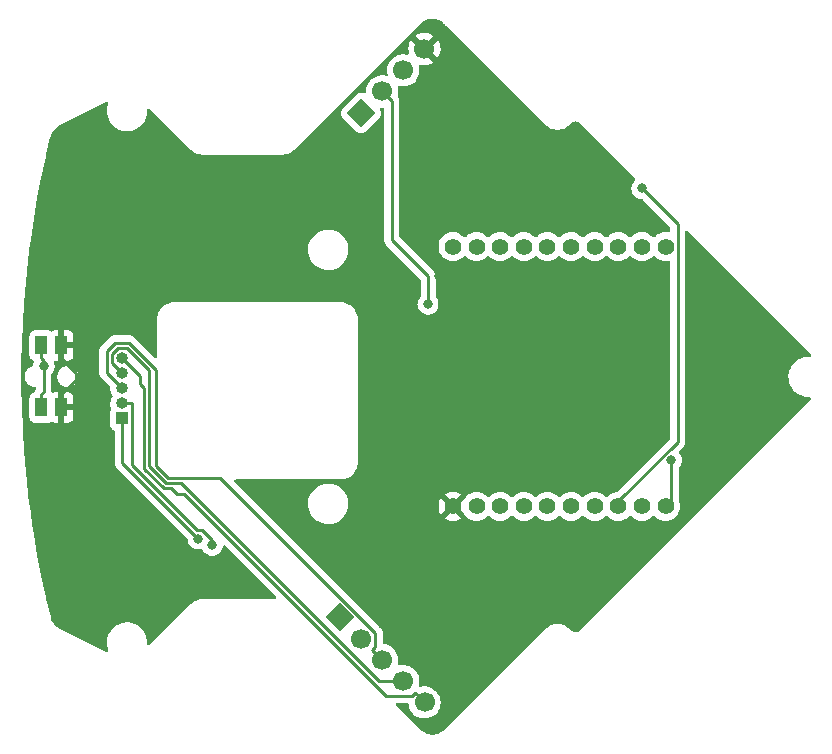
<source format=gbl>
G04 #@! TF.GenerationSoftware,KiCad,Pcbnew,(6.0.1)*
G04 #@! TF.CreationDate,2022-04-06T23:24:07+09:00*
G04 #@! TF.ProjectId,xbee-gyro20220207,78626565-2d67-4797-926f-323032323032,V1.1*
G04 #@! TF.SameCoordinates,Original*
G04 #@! TF.FileFunction,Copper,L2,Bot*
G04 #@! TF.FilePolarity,Positive*
%FSLAX46Y46*%
G04 Gerber Fmt 4.6, Leading zero omitted, Abs format (unit mm)*
G04 Created by KiCad (PCBNEW (6.0.1)) date 2022-04-06 23:24:07*
%MOMM*%
%LPD*%
G01*
G04 APERTURE LIST*
G04 Aperture macros list*
%AMHorizOval*
0 Thick line with rounded ends*
0 $1 width*
0 $2 $3 position (X,Y) of the first rounded end (center of the circle)*
0 $4 $5 position (X,Y) of the second rounded end (center of the circle)*
0 Add line between two ends*
20,1,$1,$2,$3,$4,$5,0*
0 Add two circle primitives to create the rounded ends*
1,1,$1,$2,$3*
1,1,$1,$4,$5*%
%AMRotRect*
0 Rectangle, with rotation*
0 The origin of the aperture is its center*
0 $1 length*
0 $2 width*
0 $3 Rotation angle, in degrees counterclockwise*
0 Add horizontal line*
21,1,$1,$2,0,0,$3*%
G04 Aperture macros list end*
G04 #@! TA.AperFunction,ComponentPad*
%ADD10RotRect,1.700000X1.700000X45.000000*%
G04 #@! TD*
G04 #@! TA.AperFunction,ComponentPad*
%ADD11HorizOval,1.700000X0.000000X0.000000X0.000000X0.000000X0*%
G04 #@! TD*
G04 #@! TA.AperFunction,ComponentPad*
%ADD12RotRect,1.700000X1.700000X135.000000*%
G04 #@! TD*
G04 #@! TA.AperFunction,ComponentPad*
%ADD13HorizOval,1.700000X0.000000X0.000000X0.000000X0.000000X0*%
G04 #@! TD*
G04 #@! TA.AperFunction,ComponentPad*
%ADD14C,1.409600*%
G04 #@! TD*
G04 #@! TA.AperFunction,SMDPad,CuDef*
%ADD15R,1.000000X1.550000*%
G04 #@! TD*
G04 #@! TA.AperFunction,ComponentPad*
%ADD16R,1.000000X1.000000*%
G04 #@! TD*
G04 #@! TA.AperFunction,ComponentPad*
%ADD17O,1.000000X1.000000*%
G04 #@! TD*
G04 #@! TA.AperFunction,ViaPad*
%ADD18C,0.800000*%
G04 #@! TD*
G04 #@! TA.AperFunction,Conductor*
%ADD19C,0.250000*%
G04 #@! TD*
G04 APERTURE END LIST*
D10*
X72407900Y-135407900D03*
D11*
X74203951Y-137203951D03*
X76000002Y-139000002D03*
X77796054Y-140796054D03*
X79592105Y-142592105D03*
D12*
X74200000Y-92669300D03*
D13*
X75996051Y-90873249D03*
X77792102Y-89077198D03*
X79588154Y-87281146D03*
D14*
X100000000Y-126000000D03*
X98000000Y-126000000D03*
X96000000Y-126000000D03*
X94000000Y-126000000D03*
X92000000Y-126000000D03*
X90000000Y-126000000D03*
X88000000Y-126000000D03*
X86000000Y-126000000D03*
X84000000Y-126000000D03*
X82000000Y-126000000D03*
X82000000Y-104000000D03*
X84000000Y-104000000D03*
X86000000Y-104000000D03*
X88000000Y-104000000D03*
X90000000Y-104000000D03*
X92000000Y-104000000D03*
X94000000Y-104000000D03*
X96000000Y-104000000D03*
X98000000Y-104000000D03*
X100000000Y-104000000D03*
D15*
X47150000Y-117625000D03*
X47150000Y-112375000D03*
X48850000Y-112375000D03*
X48850000Y-117625000D03*
D16*
X54000000Y-118550000D03*
D17*
X54000000Y-117280000D03*
X54000000Y-116010000D03*
X54000000Y-114740000D03*
X54000000Y-113470000D03*
D18*
X79908800Y-108862500D03*
X80779000Y-106530400D03*
X48859600Y-125015400D03*
X60439800Y-128740000D03*
X61608700Y-129272000D03*
X47368600Y-114122800D03*
X98025200Y-99085900D03*
X100500000Y-122088400D03*
D19*
X76827100Y-91704300D02*
X76827100Y-103448700D01*
X79908800Y-106530400D02*
X79908800Y-108862500D01*
X76827200Y-91704200D02*
X76827100Y-91704300D01*
X75996100Y-90873200D02*
X76827200Y-91704200D01*
X76827100Y-103448700D02*
X79908800Y-106530400D01*
X48850000Y-112375000D02*
X48850000Y-113475300D01*
X80634100Y-106229900D02*
X80419200Y-106015000D01*
X82000000Y-126000000D02*
X80779000Y-124779000D01*
X48850000Y-117625000D02*
X48850000Y-125005800D01*
X80419200Y-106015000D02*
X80419200Y-88112200D01*
X48850000Y-125005800D02*
X48859600Y-125015400D01*
X80419200Y-88112200D02*
X80419300Y-88112100D01*
X48850000Y-113475300D02*
X50113000Y-114738300D01*
X48850000Y-117625000D02*
X48850000Y-116524700D01*
X80634100Y-106385500D02*
X80634100Y-106229900D01*
X79588200Y-87281100D02*
X80419300Y-88112100D01*
X50113000Y-114738300D02*
X50113000Y-115261700D01*
X50113000Y-115261700D02*
X48850000Y-116524700D01*
X80779000Y-106530400D02*
X80634100Y-106385500D01*
X80779000Y-124779000D02*
X80779000Y-106530400D01*
X54000000Y-122300200D02*
X60439800Y-128740000D01*
X54000000Y-118550000D02*
X54000000Y-122300200D01*
X53402000Y-112137000D02*
X54571700Y-112137000D01*
X75427100Y-136738500D02*
X75427100Y-137910800D01*
X54000000Y-116010000D02*
X52676100Y-114686100D01*
X56894800Y-122590200D02*
X57877000Y-123572400D01*
X52676100Y-114686100D02*
X52676100Y-112862900D01*
X62261000Y-123572400D02*
X75427100Y-136738500D01*
X56894800Y-114460100D02*
X56894800Y-122590200D01*
X75427100Y-137910800D02*
X75169000Y-138168900D01*
X57877000Y-123572400D02*
X62261000Y-123572400D01*
X54571700Y-112137000D02*
X56894800Y-114460100D01*
X52676100Y-112862900D02*
X53402000Y-112137000D01*
X76000000Y-139000000D02*
X75169000Y-138168900D01*
X57690400Y-124022700D02*
X58964100Y-124022700D01*
X56285400Y-114492400D02*
X56285400Y-122617700D01*
X53133200Y-113873200D02*
X53133200Y-113092700D01*
X58964100Y-124022700D02*
X75737500Y-140796100D01*
X53601400Y-112624500D02*
X54417500Y-112624500D01*
X56285400Y-122617700D02*
X57690400Y-124022700D01*
X54417500Y-112624500D02*
X56285400Y-114492400D01*
X75737500Y-140796100D02*
X77796100Y-140796100D01*
X54000000Y-114740000D02*
X53133200Y-113873200D01*
X53133200Y-113092700D02*
X53601400Y-112624500D01*
X60772400Y-128014700D02*
X61608700Y-128851000D01*
X60351400Y-128014700D02*
X60772400Y-128014700D01*
X61608700Y-128851000D02*
X61608700Y-129272000D01*
X54825300Y-117280000D02*
X54825300Y-122488600D01*
X54825300Y-122488600D02*
X60351400Y-128014700D01*
X54000000Y-117280000D02*
X54825300Y-117280000D01*
X58140600Y-124473000D02*
X58624000Y-124956400D01*
X55835100Y-122804300D02*
X57503800Y-124473000D01*
X55502800Y-115609600D02*
X55835100Y-115941900D01*
X79592100Y-142592100D02*
X78761100Y-141761000D01*
X55502800Y-114972800D02*
X55502800Y-115609600D01*
X78502900Y-142019200D02*
X78761100Y-141761000D01*
X55835100Y-115941900D02*
X55835100Y-122804300D01*
X54000000Y-113470000D02*
X55502800Y-114972800D01*
X59260900Y-124956400D02*
X76323700Y-142019200D01*
X76323700Y-142019200D02*
X78502900Y-142019200D01*
X57503800Y-124473000D02*
X58140600Y-124473000D01*
X58624000Y-124956400D02*
X59260900Y-124956400D01*
X47150000Y-116524700D02*
X47368600Y-116306100D01*
X47150000Y-112375000D02*
X47150000Y-113475300D01*
X47368600Y-114122800D02*
X47368600Y-113693900D01*
X47150000Y-117625000D02*
X47150000Y-116524700D01*
X47368600Y-113693900D02*
X47150000Y-113475300D01*
X47368600Y-116306100D02*
X47368600Y-114122800D01*
X96000000Y-125562700D02*
X96000000Y-126000000D01*
X101031100Y-120531600D02*
X96000000Y-125562700D01*
X98025200Y-99085900D02*
X101031100Y-102091800D01*
X101031100Y-102091800D02*
X101031100Y-120531600D01*
X100500000Y-125500000D02*
X100500000Y-122088400D01*
X100000000Y-126000000D02*
X100500000Y-125500000D01*
G04 #@! TA.AperFunction,Conductor*
G36*
X80366399Y-84742752D02*
G01*
X80559267Y-84770483D01*
X80576824Y-84774302D01*
X80763787Y-84829199D01*
X80780631Y-84835481D01*
X80957878Y-84916427D01*
X80973657Y-84925043D01*
X81137578Y-85030389D01*
X81151969Y-85041162D01*
X81274696Y-85147505D01*
X81286816Y-85160677D01*
X81292642Y-85166648D01*
X81297939Y-85173898D01*
X81305056Y-85179369D01*
X81305057Y-85179370D01*
X81323150Y-85193278D01*
X81335454Y-85204079D01*
X89753696Y-93622320D01*
X89767244Y-93638337D01*
X89778869Y-93654665D01*
X89787627Y-93663639D01*
X89791519Y-93666556D01*
X89799523Y-93672555D01*
X89806471Y-93678157D01*
X89948222Y-93800986D01*
X89948226Y-93800989D01*
X89951619Y-93803929D01*
X90133084Y-93920550D01*
X90137174Y-93922418D01*
X90137178Y-93922420D01*
X90197198Y-93949830D01*
X90329300Y-94010159D01*
X90536271Y-94070931D01*
X90540730Y-94071572D01*
X90540734Y-94071573D01*
X90643027Y-94086280D01*
X90749784Y-94101630D01*
X90965493Y-94101630D01*
X91072250Y-94086280D01*
X91174543Y-94071573D01*
X91174547Y-94071572D01*
X91179006Y-94070931D01*
X91385977Y-94010159D01*
X91518079Y-93949830D01*
X91578099Y-93922420D01*
X91578103Y-93922418D01*
X91582193Y-93920550D01*
X91591115Y-93914816D01*
X91759876Y-93806359D01*
X91759880Y-93806356D01*
X91763658Y-93803928D01*
X91854607Y-93725121D01*
X91896064Y-93689198D01*
X91905496Y-93681781D01*
X91914712Y-93675219D01*
X91918676Y-93672397D01*
X91927650Y-93663639D01*
X91930560Y-93659756D01*
X91930569Y-93659746D01*
X91944369Y-93641332D01*
X91956100Y-93627802D01*
X92004296Y-93579606D01*
X92019064Y-93566959D01*
X92031163Y-93558120D01*
X92038414Y-93552823D01*
X92043884Y-93545707D01*
X92043888Y-93545703D01*
X92043947Y-93545626D01*
X92065278Y-93523911D01*
X92114222Y-93484879D01*
X92138106Y-93469872D01*
X92211790Y-93434388D01*
X92238421Y-93425069D01*
X92278284Y-93415971D01*
X92318149Y-93406872D01*
X92346185Y-93403713D01*
X92427966Y-93403713D01*
X92456003Y-93406872D01*
X92535730Y-93425069D01*
X92562362Y-93434388D01*
X92636043Y-93469871D01*
X92659933Y-93484882D01*
X92703699Y-93519784D01*
X92715319Y-93530297D01*
X92721576Y-93536709D01*
X92726870Y-93543956D01*
X92733983Y-93549424D01*
X92733988Y-93549429D01*
X92752086Y-93563341D01*
X92764390Y-93574141D01*
X97417021Y-98226772D01*
X97451047Y-98289084D01*
X97445982Y-98359899D01*
X97413929Y-98407017D01*
X97413947Y-98407034D01*
X97286160Y-98548956D01*
X97190673Y-98714344D01*
X97131658Y-98895972D01*
X97111696Y-99085900D01*
X97131658Y-99275828D01*
X97190673Y-99457456D01*
X97286160Y-99622844D01*
X97413947Y-99764766D01*
X97568448Y-99877018D01*
X97574476Y-99879702D01*
X97574478Y-99879703D01*
X97736881Y-99952009D01*
X97742912Y-99954694D01*
X97836313Y-99974547D01*
X97923256Y-99993028D01*
X97923261Y-99993028D01*
X97929713Y-99994400D01*
X97985606Y-99994400D01*
X98053727Y-100014402D01*
X98074701Y-100031305D01*
X100360695Y-102317299D01*
X100394721Y-102379611D01*
X100397600Y-102406394D01*
X100397600Y-102686229D01*
X100377598Y-102754350D01*
X100323942Y-102800843D01*
X100253668Y-102810947D01*
X100238988Y-102807935D01*
X100216814Y-102801993D01*
X100216803Y-102801991D01*
X100211492Y-102800568D01*
X100000000Y-102782065D01*
X99788508Y-102800568D01*
X99783195Y-102801992D01*
X99783193Y-102801992D01*
X99588752Y-102854092D01*
X99588750Y-102854093D01*
X99583442Y-102855515D01*
X99578461Y-102857837D01*
X99578460Y-102857838D01*
X99396020Y-102942911D01*
X99396015Y-102942914D01*
X99391033Y-102945237D01*
X99386526Y-102948393D01*
X99386524Y-102948394D01*
X99221637Y-103063849D01*
X99221634Y-103063851D01*
X99217126Y-103067008D01*
X99089095Y-103195039D01*
X99026783Y-103229065D01*
X98955968Y-103224000D01*
X98910905Y-103195039D01*
X98782874Y-103067008D01*
X98608968Y-102945237D01*
X98603986Y-102942914D01*
X98603981Y-102942911D01*
X98421540Y-102857838D01*
X98421539Y-102857838D01*
X98416558Y-102855515D01*
X98411250Y-102854093D01*
X98411248Y-102854092D01*
X98216807Y-102801992D01*
X98216805Y-102801992D01*
X98211492Y-102800568D01*
X98000000Y-102782065D01*
X97788508Y-102800568D01*
X97783195Y-102801992D01*
X97783193Y-102801992D01*
X97588752Y-102854092D01*
X97588750Y-102854093D01*
X97583442Y-102855515D01*
X97578461Y-102857837D01*
X97578460Y-102857838D01*
X97396020Y-102942911D01*
X97396015Y-102942914D01*
X97391033Y-102945237D01*
X97386526Y-102948393D01*
X97386524Y-102948394D01*
X97221637Y-103063849D01*
X97221634Y-103063851D01*
X97217126Y-103067008D01*
X97089095Y-103195039D01*
X97026783Y-103229065D01*
X96955968Y-103224000D01*
X96910905Y-103195039D01*
X96782874Y-103067008D01*
X96608968Y-102945237D01*
X96603986Y-102942914D01*
X96603981Y-102942911D01*
X96421540Y-102857838D01*
X96421539Y-102857838D01*
X96416558Y-102855515D01*
X96411250Y-102854093D01*
X96411248Y-102854092D01*
X96216807Y-102801992D01*
X96216805Y-102801992D01*
X96211492Y-102800568D01*
X96000000Y-102782065D01*
X95788508Y-102800568D01*
X95783195Y-102801992D01*
X95783193Y-102801992D01*
X95588752Y-102854092D01*
X95588750Y-102854093D01*
X95583442Y-102855515D01*
X95578461Y-102857837D01*
X95578460Y-102857838D01*
X95396020Y-102942911D01*
X95396015Y-102942914D01*
X95391033Y-102945237D01*
X95386526Y-102948393D01*
X95386524Y-102948394D01*
X95221637Y-103063849D01*
X95221634Y-103063851D01*
X95217126Y-103067008D01*
X95089095Y-103195039D01*
X95026783Y-103229065D01*
X94955968Y-103224000D01*
X94910905Y-103195039D01*
X94782874Y-103067008D01*
X94608968Y-102945237D01*
X94603986Y-102942914D01*
X94603981Y-102942911D01*
X94421540Y-102857838D01*
X94421539Y-102857838D01*
X94416558Y-102855515D01*
X94411250Y-102854093D01*
X94411248Y-102854092D01*
X94216807Y-102801992D01*
X94216805Y-102801992D01*
X94211492Y-102800568D01*
X94000000Y-102782065D01*
X93788508Y-102800568D01*
X93783195Y-102801992D01*
X93783193Y-102801992D01*
X93588752Y-102854092D01*
X93588750Y-102854093D01*
X93583442Y-102855515D01*
X93578461Y-102857837D01*
X93578460Y-102857838D01*
X93396020Y-102942911D01*
X93396015Y-102942914D01*
X93391033Y-102945237D01*
X93386526Y-102948393D01*
X93386524Y-102948394D01*
X93221637Y-103063849D01*
X93221634Y-103063851D01*
X93217126Y-103067008D01*
X93089095Y-103195039D01*
X93026783Y-103229065D01*
X92955968Y-103224000D01*
X92910905Y-103195039D01*
X92782874Y-103067008D01*
X92608968Y-102945237D01*
X92603986Y-102942914D01*
X92603981Y-102942911D01*
X92421540Y-102857838D01*
X92421539Y-102857838D01*
X92416558Y-102855515D01*
X92411250Y-102854093D01*
X92411248Y-102854092D01*
X92216807Y-102801992D01*
X92216805Y-102801992D01*
X92211492Y-102800568D01*
X92000000Y-102782065D01*
X91788508Y-102800568D01*
X91783195Y-102801992D01*
X91783193Y-102801992D01*
X91588752Y-102854092D01*
X91588750Y-102854093D01*
X91583442Y-102855515D01*
X91578461Y-102857837D01*
X91578460Y-102857838D01*
X91396020Y-102942911D01*
X91396015Y-102942914D01*
X91391033Y-102945237D01*
X91386526Y-102948393D01*
X91386524Y-102948394D01*
X91221637Y-103063849D01*
X91221634Y-103063851D01*
X91217126Y-103067008D01*
X91089095Y-103195039D01*
X91026783Y-103229065D01*
X90955968Y-103224000D01*
X90910905Y-103195039D01*
X90782874Y-103067008D01*
X90608968Y-102945237D01*
X90603986Y-102942914D01*
X90603981Y-102942911D01*
X90421540Y-102857838D01*
X90421539Y-102857838D01*
X90416558Y-102855515D01*
X90411250Y-102854093D01*
X90411248Y-102854092D01*
X90216807Y-102801992D01*
X90216805Y-102801992D01*
X90211492Y-102800568D01*
X90000000Y-102782065D01*
X89788508Y-102800568D01*
X89783195Y-102801992D01*
X89783193Y-102801992D01*
X89588752Y-102854092D01*
X89588750Y-102854093D01*
X89583442Y-102855515D01*
X89578461Y-102857837D01*
X89578460Y-102857838D01*
X89396020Y-102942911D01*
X89396015Y-102942914D01*
X89391033Y-102945237D01*
X89386526Y-102948393D01*
X89386524Y-102948394D01*
X89221637Y-103063849D01*
X89221634Y-103063851D01*
X89217126Y-103067008D01*
X89089095Y-103195039D01*
X89026783Y-103229065D01*
X88955968Y-103224000D01*
X88910905Y-103195039D01*
X88782874Y-103067008D01*
X88608968Y-102945237D01*
X88603986Y-102942914D01*
X88603981Y-102942911D01*
X88421540Y-102857838D01*
X88421539Y-102857838D01*
X88416558Y-102855515D01*
X88411250Y-102854093D01*
X88411248Y-102854092D01*
X88216807Y-102801992D01*
X88216805Y-102801992D01*
X88211492Y-102800568D01*
X88000000Y-102782065D01*
X87788508Y-102800568D01*
X87783195Y-102801992D01*
X87783193Y-102801992D01*
X87588752Y-102854092D01*
X87588750Y-102854093D01*
X87583442Y-102855515D01*
X87578461Y-102857837D01*
X87578460Y-102857838D01*
X87396020Y-102942911D01*
X87396015Y-102942914D01*
X87391033Y-102945237D01*
X87386526Y-102948393D01*
X87386524Y-102948394D01*
X87221637Y-103063849D01*
X87221634Y-103063851D01*
X87217126Y-103067008D01*
X87089095Y-103195039D01*
X87026783Y-103229065D01*
X86955968Y-103224000D01*
X86910905Y-103195039D01*
X86782874Y-103067008D01*
X86608968Y-102945237D01*
X86603986Y-102942914D01*
X86603981Y-102942911D01*
X86421540Y-102857838D01*
X86421539Y-102857838D01*
X86416558Y-102855515D01*
X86411250Y-102854093D01*
X86411248Y-102854092D01*
X86216807Y-102801992D01*
X86216805Y-102801992D01*
X86211492Y-102800568D01*
X86000000Y-102782065D01*
X85788508Y-102800568D01*
X85783195Y-102801992D01*
X85783193Y-102801992D01*
X85588752Y-102854092D01*
X85588750Y-102854093D01*
X85583442Y-102855515D01*
X85578461Y-102857837D01*
X85578460Y-102857838D01*
X85396020Y-102942911D01*
X85396015Y-102942914D01*
X85391033Y-102945237D01*
X85386526Y-102948393D01*
X85386524Y-102948394D01*
X85221637Y-103063849D01*
X85221634Y-103063851D01*
X85217126Y-103067008D01*
X85089095Y-103195039D01*
X85026783Y-103229065D01*
X84955968Y-103224000D01*
X84910905Y-103195039D01*
X84782874Y-103067008D01*
X84608968Y-102945237D01*
X84603986Y-102942914D01*
X84603981Y-102942911D01*
X84421540Y-102857838D01*
X84421539Y-102857838D01*
X84416558Y-102855515D01*
X84411250Y-102854093D01*
X84411248Y-102854092D01*
X84216807Y-102801992D01*
X84216805Y-102801992D01*
X84211492Y-102800568D01*
X84000000Y-102782065D01*
X83788508Y-102800568D01*
X83783195Y-102801992D01*
X83783193Y-102801992D01*
X83588752Y-102854092D01*
X83588750Y-102854093D01*
X83583442Y-102855515D01*
X83578461Y-102857837D01*
X83578460Y-102857838D01*
X83396020Y-102942911D01*
X83396015Y-102942914D01*
X83391033Y-102945237D01*
X83386526Y-102948393D01*
X83386524Y-102948394D01*
X83221637Y-103063849D01*
X83221634Y-103063851D01*
X83217126Y-103067008D01*
X83089095Y-103195039D01*
X83026783Y-103229065D01*
X82955968Y-103224000D01*
X82910905Y-103195039D01*
X82782874Y-103067008D01*
X82608968Y-102945237D01*
X82603986Y-102942914D01*
X82603981Y-102942911D01*
X82421540Y-102857838D01*
X82421539Y-102857838D01*
X82416558Y-102855515D01*
X82411250Y-102854093D01*
X82411248Y-102854092D01*
X82216807Y-102801992D01*
X82216805Y-102801992D01*
X82211492Y-102800568D01*
X82000000Y-102782065D01*
X81788508Y-102800568D01*
X81783195Y-102801992D01*
X81783193Y-102801992D01*
X81588752Y-102854092D01*
X81588750Y-102854093D01*
X81583442Y-102855515D01*
X81578461Y-102857837D01*
X81578460Y-102857838D01*
X81396020Y-102942911D01*
X81396015Y-102942914D01*
X81391033Y-102945237D01*
X81386526Y-102948393D01*
X81386524Y-102948394D01*
X81221637Y-103063849D01*
X81221634Y-103063851D01*
X81217126Y-103067008D01*
X81067008Y-103217126D01*
X81063851Y-103221634D01*
X81063849Y-103221637D01*
X80993109Y-103322665D01*
X80945237Y-103391033D01*
X80942914Y-103396015D01*
X80942911Y-103396020D01*
X80858257Y-103577561D01*
X80855515Y-103583442D01*
X80854093Y-103588750D01*
X80854092Y-103588752D01*
X80807474Y-103762734D01*
X80800568Y-103788508D01*
X80782065Y-104000000D01*
X80800568Y-104211492D01*
X80801992Y-104216805D01*
X80801992Y-104216807D01*
X80822927Y-104294936D01*
X80855515Y-104416558D01*
X80857837Y-104421539D01*
X80857838Y-104421540D01*
X80942911Y-104603980D01*
X80942914Y-104603985D01*
X80945237Y-104608967D01*
X80948393Y-104613474D01*
X80948394Y-104613476D01*
X81062195Y-104776000D01*
X81067008Y-104782874D01*
X81217126Y-104932992D01*
X81221635Y-104936149D01*
X81221637Y-104936151D01*
X81286005Y-104981222D01*
X81391032Y-105054763D01*
X81396014Y-105057086D01*
X81396019Y-105057089D01*
X81578460Y-105142162D01*
X81583442Y-105144485D01*
X81588750Y-105145907D01*
X81588752Y-105145908D01*
X81783193Y-105198008D01*
X81783195Y-105198008D01*
X81788508Y-105199432D01*
X82000000Y-105217935D01*
X82211492Y-105199432D01*
X82216805Y-105198008D01*
X82216807Y-105198008D01*
X82411248Y-105145908D01*
X82411250Y-105145907D01*
X82416558Y-105144485D01*
X82421540Y-105142162D01*
X82603981Y-105057089D01*
X82603986Y-105057086D01*
X82608968Y-105054763D01*
X82713995Y-104981222D01*
X82778363Y-104936151D01*
X82778365Y-104936149D01*
X82782874Y-104932992D01*
X82910905Y-104804961D01*
X82973217Y-104770935D01*
X83044032Y-104776000D01*
X83089095Y-104804961D01*
X83217126Y-104932992D01*
X83221635Y-104936149D01*
X83221637Y-104936151D01*
X83286005Y-104981222D01*
X83391032Y-105054763D01*
X83396014Y-105057086D01*
X83396019Y-105057089D01*
X83578460Y-105142162D01*
X83583442Y-105144485D01*
X83588750Y-105145907D01*
X83588752Y-105145908D01*
X83783193Y-105198008D01*
X83783195Y-105198008D01*
X83788508Y-105199432D01*
X84000000Y-105217935D01*
X84211492Y-105199432D01*
X84216805Y-105198008D01*
X84216807Y-105198008D01*
X84411248Y-105145908D01*
X84411250Y-105145907D01*
X84416558Y-105144485D01*
X84421540Y-105142162D01*
X84603981Y-105057089D01*
X84603986Y-105057086D01*
X84608968Y-105054763D01*
X84713995Y-104981222D01*
X84778363Y-104936151D01*
X84778365Y-104936149D01*
X84782874Y-104932992D01*
X84910905Y-104804961D01*
X84973217Y-104770935D01*
X85044032Y-104776000D01*
X85089095Y-104804961D01*
X85217126Y-104932992D01*
X85221635Y-104936149D01*
X85221637Y-104936151D01*
X85286005Y-104981222D01*
X85391032Y-105054763D01*
X85396014Y-105057086D01*
X85396019Y-105057089D01*
X85578460Y-105142162D01*
X85583442Y-105144485D01*
X85588750Y-105145907D01*
X85588752Y-105145908D01*
X85783193Y-105198008D01*
X85783195Y-105198008D01*
X85788508Y-105199432D01*
X86000000Y-105217935D01*
X86211492Y-105199432D01*
X86216805Y-105198008D01*
X86216807Y-105198008D01*
X86411248Y-105145908D01*
X86411250Y-105145907D01*
X86416558Y-105144485D01*
X86421540Y-105142162D01*
X86603981Y-105057089D01*
X86603986Y-105057086D01*
X86608968Y-105054763D01*
X86713995Y-104981222D01*
X86778363Y-104936151D01*
X86778365Y-104936149D01*
X86782874Y-104932992D01*
X86910905Y-104804961D01*
X86973217Y-104770935D01*
X87044032Y-104776000D01*
X87089095Y-104804961D01*
X87217126Y-104932992D01*
X87221635Y-104936149D01*
X87221637Y-104936151D01*
X87286005Y-104981222D01*
X87391032Y-105054763D01*
X87396014Y-105057086D01*
X87396019Y-105057089D01*
X87578460Y-105142162D01*
X87583442Y-105144485D01*
X87588750Y-105145907D01*
X87588752Y-105145908D01*
X87783193Y-105198008D01*
X87783195Y-105198008D01*
X87788508Y-105199432D01*
X88000000Y-105217935D01*
X88211492Y-105199432D01*
X88216805Y-105198008D01*
X88216807Y-105198008D01*
X88411248Y-105145908D01*
X88411250Y-105145907D01*
X88416558Y-105144485D01*
X88421540Y-105142162D01*
X88603981Y-105057089D01*
X88603986Y-105057086D01*
X88608968Y-105054763D01*
X88713995Y-104981222D01*
X88778363Y-104936151D01*
X88778365Y-104936149D01*
X88782874Y-104932992D01*
X88910905Y-104804961D01*
X88973217Y-104770935D01*
X89044032Y-104776000D01*
X89089095Y-104804961D01*
X89217126Y-104932992D01*
X89221635Y-104936149D01*
X89221637Y-104936151D01*
X89286005Y-104981222D01*
X89391032Y-105054763D01*
X89396014Y-105057086D01*
X89396019Y-105057089D01*
X89578460Y-105142162D01*
X89583442Y-105144485D01*
X89588750Y-105145907D01*
X89588752Y-105145908D01*
X89783193Y-105198008D01*
X89783195Y-105198008D01*
X89788508Y-105199432D01*
X90000000Y-105217935D01*
X90211492Y-105199432D01*
X90216805Y-105198008D01*
X90216807Y-105198008D01*
X90411248Y-105145908D01*
X90411250Y-105145907D01*
X90416558Y-105144485D01*
X90421540Y-105142162D01*
X90603981Y-105057089D01*
X90603986Y-105057086D01*
X90608968Y-105054763D01*
X90713995Y-104981222D01*
X90778363Y-104936151D01*
X90778365Y-104936149D01*
X90782874Y-104932992D01*
X90910905Y-104804961D01*
X90973217Y-104770935D01*
X91044032Y-104776000D01*
X91089095Y-104804961D01*
X91217126Y-104932992D01*
X91221635Y-104936149D01*
X91221637Y-104936151D01*
X91286005Y-104981222D01*
X91391032Y-105054763D01*
X91396014Y-105057086D01*
X91396019Y-105057089D01*
X91578460Y-105142162D01*
X91583442Y-105144485D01*
X91588750Y-105145907D01*
X91588752Y-105145908D01*
X91783193Y-105198008D01*
X91783195Y-105198008D01*
X91788508Y-105199432D01*
X92000000Y-105217935D01*
X92211492Y-105199432D01*
X92216805Y-105198008D01*
X92216807Y-105198008D01*
X92411248Y-105145908D01*
X92411250Y-105145907D01*
X92416558Y-105144485D01*
X92421540Y-105142162D01*
X92603981Y-105057089D01*
X92603986Y-105057086D01*
X92608968Y-105054763D01*
X92713995Y-104981222D01*
X92778363Y-104936151D01*
X92778365Y-104936149D01*
X92782874Y-104932992D01*
X92910905Y-104804961D01*
X92973217Y-104770935D01*
X93044032Y-104776000D01*
X93089095Y-104804961D01*
X93217126Y-104932992D01*
X93221635Y-104936149D01*
X93221637Y-104936151D01*
X93286005Y-104981222D01*
X93391032Y-105054763D01*
X93396014Y-105057086D01*
X93396019Y-105057089D01*
X93578460Y-105142162D01*
X93583442Y-105144485D01*
X93588750Y-105145907D01*
X93588752Y-105145908D01*
X93783193Y-105198008D01*
X93783195Y-105198008D01*
X93788508Y-105199432D01*
X94000000Y-105217935D01*
X94211492Y-105199432D01*
X94216805Y-105198008D01*
X94216807Y-105198008D01*
X94411248Y-105145908D01*
X94411250Y-105145907D01*
X94416558Y-105144485D01*
X94421540Y-105142162D01*
X94603981Y-105057089D01*
X94603986Y-105057086D01*
X94608968Y-105054763D01*
X94713995Y-104981222D01*
X94778363Y-104936151D01*
X94778365Y-104936149D01*
X94782874Y-104932992D01*
X94910905Y-104804961D01*
X94973217Y-104770935D01*
X95044032Y-104776000D01*
X95089095Y-104804961D01*
X95217126Y-104932992D01*
X95221635Y-104936149D01*
X95221637Y-104936151D01*
X95286005Y-104981222D01*
X95391032Y-105054763D01*
X95396014Y-105057086D01*
X95396019Y-105057089D01*
X95578460Y-105142162D01*
X95583442Y-105144485D01*
X95588750Y-105145907D01*
X95588752Y-105145908D01*
X95783193Y-105198008D01*
X95783195Y-105198008D01*
X95788508Y-105199432D01*
X96000000Y-105217935D01*
X96211492Y-105199432D01*
X96216805Y-105198008D01*
X96216807Y-105198008D01*
X96411248Y-105145908D01*
X96411250Y-105145907D01*
X96416558Y-105144485D01*
X96421540Y-105142162D01*
X96603981Y-105057089D01*
X96603986Y-105057086D01*
X96608968Y-105054763D01*
X96713995Y-104981222D01*
X96778363Y-104936151D01*
X96778365Y-104936149D01*
X96782874Y-104932992D01*
X96910905Y-104804961D01*
X96973217Y-104770935D01*
X97044032Y-104776000D01*
X97089095Y-104804961D01*
X97217126Y-104932992D01*
X97221635Y-104936149D01*
X97221637Y-104936151D01*
X97286005Y-104981222D01*
X97391032Y-105054763D01*
X97396014Y-105057086D01*
X97396019Y-105057089D01*
X97578460Y-105142162D01*
X97583442Y-105144485D01*
X97588750Y-105145907D01*
X97588752Y-105145908D01*
X97783193Y-105198008D01*
X97783195Y-105198008D01*
X97788508Y-105199432D01*
X98000000Y-105217935D01*
X98211492Y-105199432D01*
X98216805Y-105198008D01*
X98216807Y-105198008D01*
X98411248Y-105145908D01*
X98411250Y-105145907D01*
X98416558Y-105144485D01*
X98421540Y-105142162D01*
X98603981Y-105057089D01*
X98603986Y-105057086D01*
X98608968Y-105054763D01*
X98713995Y-104981222D01*
X98778363Y-104936151D01*
X98778365Y-104936149D01*
X98782874Y-104932992D01*
X98910905Y-104804961D01*
X98973217Y-104770935D01*
X99044032Y-104776000D01*
X99089095Y-104804961D01*
X99217126Y-104932992D01*
X99221635Y-104936149D01*
X99221637Y-104936151D01*
X99286005Y-104981222D01*
X99391032Y-105054763D01*
X99396014Y-105057086D01*
X99396019Y-105057089D01*
X99578460Y-105142162D01*
X99583442Y-105144485D01*
X99588750Y-105145907D01*
X99588752Y-105145908D01*
X99783193Y-105198008D01*
X99783195Y-105198008D01*
X99788508Y-105199432D01*
X100000000Y-105217935D01*
X100211492Y-105199432D01*
X100216803Y-105198009D01*
X100216814Y-105198007D01*
X100238988Y-105192065D01*
X100309964Y-105193754D01*
X100368761Y-105233547D01*
X100396709Y-105298812D01*
X100397600Y-105313771D01*
X100397600Y-120217006D01*
X100377598Y-120285127D01*
X100360695Y-120306101D01*
X95906107Y-124760688D01*
X95843795Y-124794714D01*
X95827995Y-124797113D01*
X95788508Y-124800568D01*
X95666201Y-124833340D01*
X95588752Y-124854092D01*
X95588750Y-124854093D01*
X95583442Y-124855515D01*
X95578461Y-124857837D01*
X95578460Y-124857838D01*
X95396020Y-124942911D01*
X95396015Y-124942914D01*
X95391033Y-124945237D01*
X95386526Y-124948393D01*
X95386524Y-124948394D01*
X95221637Y-125063849D01*
X95221634Y-125063851D01*
X95217126Y-125067008D01*
X95089095Y-125195039D01*
X95026783Y-125229065D01*
X94955968Y-125224000D01*
X94910905Y-125195039D01*
X94782874Y-125067008D01*
X94742891Y-125039011D01*
X94661889Y-124982293D01*
X94608968Y-124945237D01*
X94603986Y-124942914D01*
X94603981Y-124942911D01*
X94421540Y-124857838D01*
X94421539Y-124857838D01*
X94416558Y-124855515D01*
X94411250Y-124854093D01*
X94411248Y-124854092D01*
X94216807Y-124801992D01*
X94216805Y-124801992D01*
X94211492Y-124800568D01*
X94000000Y-124782065D01*
X93788508Y-124800568D01*
X93783195Y-124801992D01*
X93783193Y-124801992D01*
X93588752Y-124854092D01*
X93588750Y-124854093D01*
X93583442Y-124855515D01*
X93578461Y-124857837D01*
X93578460Y-124857838D01*
X93396020Y-124942911D01*
X93396015Y-124942914D01*
X93391033Y-124945237D01*
X93386526Y-124948393D01*
X93386524Y-124948394D01*
X93221637Y-125063849D01*
X93221634Y-125063851D01*
X93217126Y-125067008D01*
X93089095Y-125195039D01*
X93026783Y-125229065D01*
X92955968Y-125224000D01*
X92910905Y-125195039D01*
X92782874Y-125067008D01*
X92742891Y-125039011D01*
X92661889Y-124982293D01*
X92608968Y-124945237D01*
X92603986Y-124942914D01*
X92603981Y-124942911D01*
X92421540Y-124857838D01*
X92421539Y-124857838D01*
X92416558Y-124855515D01*
X92411250Y-124854093D01*
X92411248Y-124854092D01*
X92216807Y-124801992D01*
X92216805Y-124801992D01*
X92211492Y-124800568D01*
X92000000Y-124782065D01*
X91788508Y-124800568D01*
X91783195Y-124801992D01*
X91783193Y-124801992D01*
X91588752Y-124854092D01*
X91588750Y-124854093D01*
X91583442Y-124855515D01*
X91578461Y-124857837D01*
X91578460Y-124857838D01*
X91396020Y-124942911D01*
X91396015Y-124942914D01*
X91391033Y-124945237D01*
X91386526Y-124948393D01*
X91386524Y-124948394D01*
X91221637Y-125063849D01*
X91221634Y-125063851D01*
X91217126Y-125067008D01*
X91089095Y-125195039D01*
X91026783Y-125229065D01*
X90955968Y-125224000D01*
X90910905Y-125195039D01*
X90782874Y-125067008D01*
X90742891Y-125039011D01*
X90661889Y-124982293D01*
X90608968Y-124945237D01*
X90603986Y-124942914D01*
X90603981Y-124942911D01*
X90421540Y-124857838D01*
X90421539Y-124857838D01*
X90416558Y-124855515D01*
X90411250Y-124854093D01*
X90411248Y-124854092D01*
X90216807Y-124801992D01*
X90216805Y-124801992D01*
X90211492Y-124800568D01*
X90000000Y-124782065D01*
X89788508Y-124800568D01*
X89783195Y-124801992D01*
X89783193Y-124801992D01*
X89588752Y-124854092D01*
X89588750Y-124854093D01*
X89583442Y-124855515D01*
X89578461Y-124857837D01*
X89578460Y-124857838D01*
X89396020Y-124942911D01*
X89396015Y-124942914D01*
X89391033Y-124945237D01*
X89386526Y-124948393D01*
X89386524Y-124948394D01*
X89221637Y-125063849D01*
X89221634Y-125063851D01*
X89217126Y-125067008D01*
X89089095Y-125195039D01*
X89026783Y-125229065D01*
X88955968Y-125224000D01*
X88910905Y-125195039D01*
X88782874Y-125067008D01*
X88742891Y-125039011D01*
X88661889Y-124982293D01*
X88608968Y-124945237D01*
X88603986Y-124942914D01*
X88603981Y-124942911D01*
X88421540Y-124857838D01*
X88421539Y-124857838D01*
X88416558Y-124855515D01*
X88411250Y-124854093D01*
X88411248Y-124854092D01*
X88216807Y-124801992D01*
X88216805Y-124801992D01*
X88211492Y-124800568D01*
X88000000Y-124782065D01*
X87788508Y-124800568D01*
X87783195Y-124801992D01*
X87783193Y-124801992D01*
X87588752Y-124854092D01*
X87588750Y-124854093D01*
X87583442Y-124855515D01*
X87578461Y-124857837D01*
X87578460Y-124857838D01*
X87396020Y-124942911D01*
X87396015Y-124942914D01*
X87391033Y-124945237D01*
X87386526Y-124948393D01*
X87386524Y-124948394D01*
X87221637Y-125063849D01*
X87221634Y-125063851D01*
X87217126Y-125067008D01*
X87089095Y-125195039D01*
X87026783Y-125229065D01*
X86955968Y-125224000D01*
X86910905Y-125195039D01*
X86782874Y-125067008D01*
X86742891Y-125039011D01*
X86661889Y-124982293D01*
X86608968Y-124945237D01*
X86603986Y-124942914D01*
X86603981Y-124942911D01*
X86421540Y-124857838D01*
X86421539Y-124857838D01*
X86416558Y-124855515D01*
X86411250Y-124854093D01*
X86411248Y-124854092D01*
X86216807Y-124801992D01*
X86216805Y-124801992D01*
X86211492Y-124800568D01*
X86000000Y-124782065D01*
X85788508Y-124800568D01*
X85783195Y-124801992D01*
X85783193Y-124801992D01*
X85588752Y-124854092D01*
X85588750Y-124854093D01*
X85583442Y-124855515D01*
X85578461Y-124857837D01*
X85578460Y-124857838D01*
X85396020Y-124942911D01*
X85396015Y-124942914D01*
X85391033Y-124945237D01*
X85386526Y-124948393D01*
X85386524Y-124948394D01*
X85221637Y-125063849D01*
X85221634Y-125063851D01*
X85217126Y-125067008D01*
X85089095Y-125195039D01*
X85026783Y-125229065D01*
X84955968Y-125224000D01*
X84910905Y-125195039D01*
X84782874Y-125067008D01*
X84742891Y-125039011D01*
X84661889Y-124982293D01*
X84608968Y-124945237D01*
X84603986Y-124942914D01*
X84603981Y-124942911D01*
X84421540Y-124857838D01*
X84421539Y-124857838D01*
X84416558Y-124855515D01*
X84411250Y-124854093D01*
X84411248Y-124854092D01*
X84216807Y-124801992D01*
X84216805Y-124801992D01*
X84211492Y-124800568D01*
X84000000Y-124782065D01*
X83788508Y-124800568D01*
X83783195Y-124801992D01*
X83783193Y-124801992D01*
X83588752Y-124854092D01*
X83588750Y-124854093D01*
X83583442Y-124855515D01*
X83578461Y-124857837D01*
X83578460Y-124857838D01*
X83396020Y-124942911D01*
X83396015Y-124942914D01*
X83391033Y-124945237D01*
X83386526Y-124948393D01*
X83386524Y-124948394D01*
X83221637Y-125063849D01*
X83221634Y-125063851D01*
X83217126Y-125067008D01*
X83067008Y-125217126D01*
X83063851Y-125221634D01*
X83063849Y-125221637D01*
X82948394Y-125386524D01*
X82945237Y-125391033D01*
X82942912Y-125396018D01*
X82942909Y-125396024D01*
X82934582Y-125413882D01*
X82909482Y-125449728D01*
X82372022Y-125987188D01*
X82364408Y-126001132D01*
X82364539Y-126002965D01*
X82368790Y-126009580D01*
X82909482Y-126550272D01*
X82934582Y-126586118D01*
X82942909Y-126603976D01*
X82942912Y-126603982D01*
X82945237Y-126608967D01*
X82948393Y-126613474D01*
X82948394Y-126613476D01*
X83062195Y-126776000D01*
X83067008Y-126782874D01*
X83217126Y-126932992D01*
X83391032Y-127054763D01*
X83396014Y-127057086D01*
X83396019Y-127057089D01*
X83577448Y-127141690D01*
X83583442Y-127144485D01*
X83588750Y-127145907D01*
X83588752Y-127145908D01*
X83783193Y-127198008D01*
X83783195Y-127198008D01*
X83788508Y-127199432D01*
X84000000Y-127217935D01*
X84211492Y-127199432D01*
X84216805Y-127198008D01*
X84216807Y-127198008D01*
X84411248Y-127145908D01*
X84411250Y-127145907D01*
X84416558Y-127144485D01*
X84422552Y-127141690D01*
X84603981Y-127057089D01*
X84603986Y-127057086D01*
X84608968Y-127054763D01*
X84782874Y-126932992D01*
X84910905Y-126804961D01*
X84973217Y-126770935D01*
X85044032Y-126776000D01*
X85089095Y-126804961D01*
X85217126Y-126932992D01*
X85391032Y-127054763D01*
X85396014Y-127057086D01*
X85396019Y-127057089D01*
X85577448Y-127141690D01*
X85583442Y-127144485D01*
X85588750Y-127145907D01*
X85588752Y-127145908D01*
X85783193Y-127198008D01*
X85783195Y-127198008D01*
X85788508Y-127199432D01*
X86000000Y-127217935D01*
X86211492Y-127199432D01*
X86216805Y-127198008D01*
X86216807Y-127198008D01*
X86411248Y-127145908D01*
X86411250Y-127145907D01*
X86416558Y-127144485D01*
X86422552Y-127141690D01*
X86603981Y-127057089D01*
X86603986Y-127057086D01*
X86608968Y-127054763D01*
X86782874Y-126932992D01*
X86910905Y-126804961D01*
X86973217Y-126770935D01*
X87044032Y-126776000D01*
X87089095Y-126804961D01*
X87217126Y-126932992D01*
X87391032Y-127054763D01*
X87396014Y-127057086D01*
X87396019Y-127057089D01*
X87577448Y-127141690D01*
X87583442Y-127144485D01*
X87588750Y-127145907D01*
X87588752Y-127145908D01*
X87783193Y-127198008D01*
X87783195Y-127198008D01*
X87788508Y-127199432D01*
X88000000Y-127217935D01*
X88211492Y-127199432D01*
X88216805Y-127198008D01*
X88216807Y-127198008D01*
X88411248Y-127145908D01*
X88411250Y-127145907D01*
X88416558Y-127144485D01*
X88422552Y-127141690D01*
X88603981Y-127057089D01*
X88603986Y-127057086D01*
X88608968Y-127054763D01*
X88782874Y-126932992D01*
X88910905Y-126804961D01*
X88973217Y-126770935D01*
X89044032Y-126776000D01*
X89089095Y-126804961D01*
X89217126Y-126932992D01*
X89391032Y-127054763D01*
X89396014Y-127057086D01*
X89396019Y-127057089D01*
X89577448Y-127141690D01*
X89583442Y-127144485D01*
X89588750Y-127145907D01*
X89588752Y-127145908D01*
X89783193Y-127198008D01*
X89783195Y-127198008D01*
X89788508Y-127199432D01*
X90000000Y-127217935D01*
X90211492Y-127199432D01*
X90216805Y-127198008D01*
X90216807Y-127198008D01*
X90411248Y-127145908D01*
X90411250Y-127145907D01*
X90416558Y-127144485D01*
X90422552Y-127141690D01*
X90603981Y-127057089D01*
X90603986Y-127057086D01*
X90608968Y-127054763D01*
X90782874Y-126932992D01*
X90910905Y-126804961D01*
X90973217Y-126770935D01*
X91044032Y-126776000D01*
X91089095Y-126804961D01*
X91217126Y-126932992D01*
X91391032Y-127054763D01*
X91396014Y-127057086D01*
X91396019Y-127057089D01*
X91577448Y-127141690D01*
X91583442Y-127144485D01*
X91588750Y-127145907D01*
X91588752Y-127145908D01*
X91783193Y-127198008D01*
X91783195Y-127198008D01*
X91788508Y-127199432D01*
X92000000Y-127217935D01*
X92211492Y-127199432D01*
X92216805Y-127198008D01*
X92216807Y-127198008D01*
X92411248Y-127145908D01*
X92411250Y-127145907D01*
X92416558Y-127144485D01*
X92422552Y-127141690D01*
X92603981Y-127057089D01*
X92603986Y-127057086D01*
X92608968Y-127054763D01*
X92782874Y-126932992D01*
X92910905Y-126804961D01*
X92973217Y-126770935D01*
X93044032Y-126776000D01*
X93089095Y-126804961D01*
X93217126Y-126932992D01*
X93391032Y-127054763D01*
X93396014Y-127057086D01*
X93396019Y-127057089D01*
X93577448Y-127141690D01*
X93583442Y-127144485D01*
X93588750Y-127145907D01*
X93588752Y-127145908D01*
X93783193Y-127198008D01*
X93783195Y-127198008D01*
X93788508Y-127199432D01*
X94000000Y-127217935D01*
X94211492Y-127199432D01*
X94216805Y-127198008D01*
X94216807Y-127198008D01*
X94411248Y-127145908D01*
X94411250Y-127145907D01*
X94416558Y-127144485D01*
X94422552Y-127141690D01*
X94603981Y-127057089D01*
X94603986Y-127057086D01*
X94608968Y-127054763D01*
X94782874Y-126932992D01*
X94910905Y-126804961D01*
X94973217Y-126770935D01*
X95044032Y-126776000D01*
X95089095Y-126804961D01*
X95217126Y-126932992D01*
X95391032Y-127054763D01*
X95396014Y-127057086D01*
X95396019Y-127057089D01*
X95577448Y-127141690D01*
X95583442Y-127144485D01*
X95588750Y-127145907D01*
X95588752Y-127145908D01*
X95783193Y-127198008D01*
X95783195Y-127198008D01*
X95788508Y-127199432D01*
X96000000Y-127217935D01*
X96211492Y-127199432D01*
X96216805Y-127198008D01*
X96216807Y-127198008D01*
X96411248Y-127145908D01*
X96411250Y-127145907D01*
X96416558Y-127144485D01*
X96422552Y-127141690D01*
X96603981Y-127057089D01*
X96603986Y-127057086D01*
X96608968Y-127054763D01*
X96782874Y-126932992D01*
X96910905Y-126804961D01*
X96973217Y-126770935D01*
X97044032Y-126776000D01*
X97089095Y-126804961D01*
X97217126Y-126932992D01*
X97391032Y-127054763D01*
X97396014Y-127057086D01*
X97396019Y-127057089D01*
X97577448Y-127141690D01*
X97583442Y-127144485D01*
X97588750Y-127145907D01*
X97588752Y-127145908D01*
X97783193Y-127198008D01*
X97783195Y-127198008D01*
X97788508Y-127199432D01*
X98000000Y-127217935D01*
X98211492Y-127199432D01*
X98216805Y-127198008D01*
X98216807Y-127198008D01*
X98411248Y-127145908D01*
X98411250Y-127145907D01*
X98416558Y-127144485D01*
X98422552Y-127141690D01*
X98603981Y-127057089D01*
X98603986Y-127057086D01*
X98608968Y-127054763D01*
X98782874Y-126932992D01*
X98910905Y-126804961D01*
X98973217Y-126770935D01*
X99044032Y-126776000D01*
X99089095Y-126804961D01*
X99217126Y-126932992D01*
X99391032Y-127054763D01*
X99396014Y-127057086D01*
X99396019Y-127057089D01*
X99577448Y-127141690D01*
X99583442Y-127144485D01*
X99588750Y-127145907D01*
X99588752Y-127145908D01*
X99783193Y-127198008D01*
X99783195Y-127198008D01*
X99788508Y-127199432D01*
X100000000Y-127217935D01*
X100211492Y-127199432D01*
X100216805Y-127198008D01*
X100216807Y-127198008D01*
X100411248Y-127145908D01*
X100411250Y-127145907D01*
X100416558Y-127144485D01*
X100422552Y-127141690D01*
X100603981Y-127057089D01*
X100603986Y-127057086D01*
X100608968Y-127054763D01*
X100782874Y-126932992D01*
X100932992Y-126782874D01*
X100937806Y-126776000D01*
X101051606Y-126613476D01*
X101051607Y-126613474D01*
X101054763Y-126608967D01*
X101057086Y-126603985D01*
X101057089Y-126603980D01*
X101142162Y-126421540D01*
X101142163Y-126421539D01*
X101144485Y-126416558D01*
X101156419Y-126372022D01*
X101198008Y-126216807D01*
X101198008Y-126216805D01*
X101199432Y-126211492D01*
X101217935Y-126000000D01*
X101199432Y-125788508D01*
X101144485Y-125583442D01*
X101143974Y-125582346D01*
X101139504Y-125535898D01*
X101136731Y-125535811D01*
X101136980Y-125527886D01*
X101138220Y-125520057D01*
X101134059Y-125476038D01*
X101133500Y-125464181D01*
X101133500Y-122790924D01*
X101153502Y-122722803D01*
X101165858Y-122706621D01*
X101239040Y-122625344D01*
X101304859Y-122511342D01*
X101331223Y-122465679D01*
X101331224Y-122465678D01*
X101334527Y-122459956D01*
X101393542Y-122278328D01*
X101396640Y-122248857D01*
X101412814Y-122094965D01*
X101413504Y-122088400D01*
X101393542Y-121898472D01*
X101334527Y-121716844D01*
X101239040Y-121551456D01*
X101161796Y-121465668D01*
X101131081Y-121401665D01*
X101139844Y-121331211D01*
X101166339Y-121292266D01*
X101423353Y-121035252D01*
X101431639Y-121027712D01*
X101438118Y-121023600D01*
X101484744Y-120973948D01*
X101487498Y-120971107D01*
X101507235Y-120951370D01*
X101509715Y-120948173D01*
X101517420Y-120939151D01*
X101542259Y-120912700D01*
X101547686Y-120906921D01*
X101551505Y-120899975D01*
X101551507Y-120899972D01*
X101557448Y-120889166D01*
X101568299Y-120872647D01*
X101575858Y-120862901D01*
X101580714Y-120856641D01*
X101583859Y-120849372D01*
X101583862Y-120849368D01*
X101598274Y-120816063D01*
X101603491Y-120805413D01*
X101624795Y-120766660D01*
X101629833Y-120747037D01*
X101636237Y-120728334D01*
X101641133Y-120717020D01*
X101641133Y-120717019D01*
X101644281Y-120709745D01*
X101645520Y-120701922D01*
X101645523Y-120701912D01*
X101651199Y-120666076D01*
X101653605Y-120654456D01*
X101662628Y-120619311D01*
X101662628Y-120619310D01*
X101664600Y-120611630D01*
X101664600Y-120591376D01*
X101666151Y-120571665D01*
X101668080Y-120559486D01*
X101669320Y-120551657D01*
X101665159Y-120507638D01*
X101664600Y-120495781D01*
X101664600Y-102778541D01*
X101684602Y-102710420D01*
X101738258Y-102663927D01*
X101808532Y-102653823D01*
X101873112Y-102683317D01*
X101879695Y-102689446D01*
X112298657Y-113108408D01*
X112332683Y-113170720D01*
X112327618Y-113241535D01*
X112285071Y-113298371D01*
X112218551Y-113323182D01*
X112207922Y-113323492D01*
X112078708Y-113321800D01*
X112010801Y-113320911D01*
X112010798Y-113320911D01*
X112006124Y-113320850D01*
X111754578Y-113355084D01*
X111750092Y-113356392D01*
X111750090Y-113356392D01*
X111686055Y-113375056D01*
X111510856Y-113426122D01*
X111280310Y-113532405D01*
X111276401Y-113534968D01*
X111071920Y-113669031D01*
X111071915Y-113669035D01*
X111068007Y-113671597D01*
X110878610Y-113840641D01*
X110716279Y-114035822D01*
X110584581Y-114252854D01*
X110582772Y-114257168D01*
X110582771Y-114257170D01*
X110498513Y-114458104D01*
X110486409Y-114486968D01*
X110423919Y-114733021D01*
X110398485Y-114985608D01*
X110398709Y-114990273D01*
X110398709Y-114990279D01*
X110399183Y-115000134D01*
X110400291Y-115023198D01*
X110410665Y-115239180D01*
X110460191Y-115488167D01*
X110545976Y-115727098D01*
X110666135Y-115950725D01*
X110668930Y-115954468D01*
X110668932Y-115954471D01*
X110815237Y-116150397D01*
X110815242Y-116150403D01*
X110818029Y-116154135D01*
X110821338Y-116157415D01*
X110821343Y-116157421D01*
X110971867Y-116306636D01*
X110998320Y-116332859D01*
X111002082Y-116335617D01*
X111002085Y-116335620D01*
X111199273Y-116480204D01*
X111203047Y-116482971D01*
X111207190Y-116485151D01*
X111207192Y-116485152D01*
X111423564Y-116598991D01*
X111423569Y-116598993D01*
X111427714Y-116601174D01*
X111432137Y-116602719D01*
X111432138Y-116602719D01*
X111662629Y-116683210D01*
X111667385Y-116684871D01*
X111671978Y-116685743D01*
X111912205Y-116731352D01*
X111912208Y-116731352D01*
X111916794Y-116732223D01*
X112043628Y-116737207D01*
X112165794Y-116742007D01*
X112165800Y-116742007D01*
X112170462Y-116742190D01*
X112194412Y-116739567D01*
X112264305Y-116752034D01*
X112316363Y-116800309D01*
X112334057Y-116869065D01*
X112311770Y-116936473D01*
X112297224Y-116953913D01*
X92769855Y-136481282D01*
X92755088Y-136493928D01*
X92735737Y-136508065D01*
X92730267Y-136515181D01*
X92730263Y-136515185D01*
X92730204Y-136515262D01*
X92708873Y-136536977D01*
X92659930Y-136576008D01*
X92636044Y-136591016D01*
X92562362Y-136626500D01*
X92535734Y-136635817D01*
X92488802Y-136646529D01*
X92456003Y-136654015D01*
X92427966Y-136657174D01*
X92346186Y-136657174D01*
X92318149Y-136654015D01*
X92238422Y-136635818D01*
X92211789Y-136626499D01*
X92138106Y-136591015D01*
X92114218Y-136576005D01*
X92070446Y-136541098D01*
X92058832Y-136530591D01*
X92052577Y-136524182D01*
X92047281Y-136516932D01*
X92022071Y-136497553D01*
X92009766Y-136486752D01*
X91961581Y-136438567D01*
X91948034Y-136422552D01*
X91939230Y-136410187D01*
X91936408Y-136406223D01*
X91927650Y-136397249D01*
X91915745Y-136388327D01*
X91908795Y-136382724D01*
X91767055Y-136259903D01*
X91767050Y-136259899D01*
X91763658Y-136256960D01*
X91582192Y-136140339D01*
X91385977Y-136050730D01*
X91179006Y-135989958D01*
X91174547Y-135989317D01*
X91174543Y-135989316D01*
X91072250Y-135974609D01*
X90965493Y-135959259D01*
X90749784Y-135959259D01*
X90643027Y-135974609D01*
X90540734Y-135989316D01*
X90540730Y-135989317D01*
X90536271Y-135989958D01*
X90329300Y-136050730D01*
X90133085Y-136140339D01*
X89951619Y-136256960D01*
X89948227Y-136259900D01*
X89948222Y-136259903D01*
X89942084Y-136265222D01*
X89819209Y-136371695D01*
X89809790Y-136379100D01*
X89796602Y-136388490D01*
X89787627Y-136397249D01*
X89784708Y-136401144D01*
X89784707Y-136401145D01*
X89770908Y-136419557D01*
X89759177Y-136433087D01*
X81340924Y-144851339D01*
X81326157Y-144863985D01*
X81306806Y-144878122D01*
X81297449Y-144890295D01*
X81280066Y-144908728D01*
X81151970Y-145019724D01*
X81137578Y-145030498D01*
X80973657Y-145135844D01*
X80957878Y-145144460D01*
X80780631Y-145225406D01*
X80763789Y-145231687D01*
X80576824Y-145286585D01*
X80559267Y-145290404D01*
X80387407Y-145315114D01*
X80366398Y-145318135D01*
X80348466Y-145319418D01*
X80153608Y-145319418D01*
X80135676Y-145318135D01*
X80114667Y-145315114D01*
X79942807Y-145290404D01*
X79925250Y-145286585D01*
X79738285Y-145231687D01*
X79721443Y-145225406D01*
X79544196Y-145144460D01*
X79528417Y-145135844D01*
X79364489Y-145030494D01*
X79350109Y-145019728D01*
X79227373Y-144913377D01*
X79215267Y-144900220D01*
X79209428Y-144894237D01*
X79204134Y-144886990D01*
X79178923Y-144867610D01*
X79166619Y-144856809D01*
X77177605Y-142867795D01*
X77143579Y-142805483D01*
X77148644Y-142734668D01*
X77191191Y-142677832D01*
X77257711Y-142653021D01*
X77266700Y-142652700D01*
X78115826Y-142652700D01*
X78183947Y-142672702D01*
X78230440Y-142726358D01*
X78241617Y-142771448D01*
X78242215Y-142781820D01*
X78243352Y-142786866D01*
X78243353Y-142786872D01*
X78263224Y-142875044D01*
X78291327Y-142999744D01*
X78375371Y-143206721D01*
X78492092Y-143397193D01*
X78638355Y-143566043D01*
X78810231Y-143708737D01*
X79003105Y-143821443D01*
X79211797Y-143901135D01*
X79216865Y-143902166D01*
X79216868Y-143902167D01*
X79324122Y-143923988D01*
X79430702Y-143945672D01*
X79435877Y-143945862D01*
X79435879Y-143945862D01*
X79648778Y-143953669D01*
X79648782Y-143953669D01*
X79653942Y-143953858D01*
X79659062Y-143953202D01*
X79659064Y-143953202D01*
X79870393Y-143926130D01*
X79870394Y-143926130D01*
X79875521Y-143925473D01*
X79880471Y-143923988D01*
X80084534Y-143862766D01*
X80084539Y-143862764D01*
X80089489Y-143861279D01*
X80290099Y-143763001D01*
X80471965Y-143633278D01*
X80630201Y-143475594D01*
X80689699Y-143392794D01*
X80757540Y-143298382D01*
X80760558Y-143294182D01*
X80859535Y-143093916D01*
X80924475Y-142880174D01*
X80953634Y-142658695D01*
X80953773Y-142653021D01*
X80955179Y-142595470D01*
X80955179Y-142595466D01*
X80955261Y-142592105D01*
X80936957Y-142369466D01*
X80882536Y-142152807D01*
X80793459Y-141947945D01*
X80672119Y-141760382D01*
X80521775Y-141595156D01*
X80517724Y-141591957D01*
X80517720Y-141591953D01*
X80350519Y-141459905D01*
X80350515Y-141459903D01*
X80346464Y-141456703D01*
X80150894Y-141348743D01*
X80146025Y-141347019D01*
X80146021Y-141347017D01*
X79945192Y-141275900D01*
X79945188Y-141275899D01*
X79940317Y-141274174D01*
X79935224Y-141273267D01*
X79935221Y-141273266D01*
X79725478Y-141235905D01*
X79725472Y-141235904D01*
X79720389Y-141234999D01*
X79646557Y-141234097D01*
X79502186Y-141232333D01*
X79502184Y-141232333D01*
X79497016Y-141232270D01*
X79276196Y-141266060D01*
X79271281Y-141267667D01*
X79270750Y-141267793D01*
X79199848Y-141264124D01*
X79142186Y-141222704D01*
X79116070Y-141156685D01*
X79120989Y-141108598D01*
X79126920Y-141089077D01*
X79126923Y-141089064D01*
X79128424Y-141084123D01*
X79157583Y-140862644D01*
X79159210Y-140796054D01*
X79140906Y-140573415D01*
X79086485Y-140356756D01*
X78997408Y-140151894D01*
X78957960Y-140090916D01*
X78878876Y-139968671D01*
X78878874Y-139968668D01*
X78876068Y-139964331D01*
X78725724Y-139799105D01*
X78721673Y-139795906D01*
X78721669Y-139795902D01*
X78554468Y-139663854D01*
X78554464Y-139663852D01*
X78550413Y-139660652D01*
X78354843Y-139552692D01*
X78349974Y-139550968D01*
X78349970Y-139550966D01*
X78149141Y-139479849D01*
X78149137Y-139479848D01*
X78144266Y-139478123D01*
X78139173Y-139477216D01*
X78139170Y-139477215D01*
X77929427Y-139439854D01*
X77929421Y-139439853D01*
X77924338Y-139438948D01*
X77850506Y-139438046D01*
X77706135Y-139436282D01*
X77706133Y-139436282D01*
X77700965Y-139436219D01*
X77590555Y-139453114D01*
X77485259Y-139469226D01*
X77485254Y-139469227D01*
X77480145Y-139470009D01*
X77475231Y-139471615D01*
X77474690Y-139471744D01*
X77403789Y-139468071D01*
X77346128Y-139426649D01*
X77320016Y-139360628D01*
X77324935Y-139312548D01*
X77332372Y-139288071D01*
X77361531Y-139066592D01*
X77363158Y-139000002D01*
X77344854Y-138777363D01*
X77290433Y-138560704D01*
X77201356Y-138355842D01*
X77111496Y-138216939D01*
X77082824Y-138172619D01*
X77082822Y-138172616D01*
X77080016Y-138168279D01*
X76929672Y-138003053D01*
X76925621Y-137999854D01*
X76925617Y-137999850D01*
X76758416Y-137867802D01*
X76758412Y-137867800D01*
X76754361Y-137864600D01*
X76749840Y-137862104D01*
X76749838Y-137862103D01*
X76702138Y-137835771D01*
X76558791Y-137756640D01*
X76553922Y-137754916D01*
X76553918Y-137754914D01*
X76353089Y-137683797D01*
X76353085Y-137683796D01*
X76348214Y-137682071D01*
X76343121Y-137681164D01*
X76343118Y-137681163D01*
X76164504Y-137649347D01*
X76100946Y-137617709D01*
X76064583Y-137556732D01*
X76060600Y-137525300D01*
X76060600Y-136817267D01*
X76061127Y-136806084D01*
X76062802Y-136798591D01*
X76060662Y-136730514D01*
X76060600Y-136726555D01*
X76060600Y-136698644D01*
X76060095Y-136694644D01*
X76059162Y-136682801D01*
X76058022Y-136646529D01*
X76057773Y-136638610D01*
X76052122Y-136619158D01*
X76048114Y-136599806D01*
X76046567Y-136587563D01*
X76045574Y-136579703D01*
X76040655Y-136567278D01*
X76029300Y-136538597D01*
X76025455Y-136527370D01*
X76015739Y-136493929D01*
X76013118Y-136484907D01*
X76009084Y-136478085D01*
X76009081Y-136478079D01*
X76002806Y-136467468D01*
X75994110Y-136449718D01*
X75989572Y-136438256D01*
X75989569Y-136438251D01*
X75986652Y-136430883D01*
X75966205Y-136402740D01*
X75960673Y-136395125D01*
X75954157Y-136385207D01*
X75935675Y-136353957D01*
X75931642Y-136347137D01*
X75917318Y-136332813D01*
X75904476Y-136317778D01*
X75892572Y-136301393D01*
X75858506Y-136273211D01*
X75849727Y-136265222D01*
X65320113Y-125735608D01*
X69726912Y-125735608D01*
X69728718Y-125773198D01*
X69739092Y-125989180D01*
X69788618Y-126238167D01*
X69874403Y-126477098D01*
X69994562Y-126700725D01*
X69997357Y-126704468D01*
X69997359Y-126704471D01*
X70143664Y-126900397D01*
X70143669Y-126900403D01*
X70146456Y-126904135D01*
X70149765Y-126907415D01*
X70149770Y-126907421D01*
X70300309Y-127056651D01*
X70326747Y-127082859D01*
X70330509Y-127085617D01*
X70330512Y-127085620D01*
X70510314Y-127217456D01*
X70531474Y-127232971D01*
X70535617Y-127235151D01*
X70535619Y-127235152D01*
X70751991Y-127348991D01*
X70751996Y-127348993D01*
X70756141Y-127351174D01*
X70760564Y-127352719D01*
X70760565Y-127352719D01*
X70899133Y-127401109D01*
X70995812Y-127434871D01*
X71000405Y-127435743D01*
X71240632Y-127481352D01*
X71240635Y-127481352D01*
X71245221Y-127482223D01*
X71372055Y-127487206D01*
X71494221Y-127492007D01*
X71494227Y-127492007D01*
X71498889Y-127492190D01*
X71603063Y-127480781D01*
X71746592Y-127465062D01*
X71746597Y-127465061D01*
X71751245Y-127464552D01*
X71755769Y-127463361D01*
X71992221Y-127401109D01*
X71992223Y-127401108D01*
X71996744Y-127399918D01*
X72229992Y-127299706D01*
X72445866Y-127166119D01*
X72540956Y-127085620D01*
X72621179Y-127017707D01*
X81346847Y-127017707D01*
X81356144Y-127029723D01*
X81386778Y-127051173D01*
X81396264Y-127056651D01*
X81578631Y-127141690D01*
X81588923Y-127145436D01*
X81783280Y-127197513D01*
X81794075Y-127199416D01*
X81994525Y-127216954D01*
X82005475Y-127216954D01*
X82205925Y-127199416D01*
X82216720Y-127197513D01*
X82411077Y-127145436D01*
X82421369Y-127141690D01*
X82603736Y-127056651D01*
X82613222Y-127051173D01*
X82644694Y-127029137D01*
X82653069Y-127018659D01*
X82646001Y-127005211D01*
X82012812Y-126372022D01*
X81998868Y-126364408D01*
X81997035Y-126364539D01*
X81990420Y-126368790D01*
X81353277Y-127005933D01*
X81346847Y-127017707D01*
X72621179Y-127017707D01*
X72636057Y-127005112D01*
X72636059Y-127005110D01*
X72639624Y-127002092D01*
X72807008Y-126811226D01*
X72944342Y-126597716D01*
X73048609Y-126366252D01*
X73117518Y-126121919D01*
X73132332Y-126005475D01*
X80783046Y-126005475D01*
X80800584Y-126205925D01*
X80802487Y-126216720D01*
X80854564Y-126411077D01*
X80858310Y-126421369D01*
X80943348Y-126603732D01*
X80948828Y-126613223D01*
X80970864Y-126644695D01*
X80981341Y-126653070D01*
X80994788Y-126646002D01*
X81627978Y-126012812D01*
X81635592Y-125998868D01*
X81635461Y-125997035D01*
X81631210Y-125990420D01*
X80994067Y-125353277D01*
X80982293Y-125346847D01*
X80970277Y-125356144D01*
X80948828Y-125386777D01*
X80943348Y-125396268D01*
X80858310Y-125578631D01*
X80854564Y-125588923D01*
X80802487Y-125783280D01*
X80800584Y-125794075D01*
X80783046Y-125994525D01*
X80783046Y-126005475D01*
X73132332Y-126005475D01*
X73149556Y-125870084D01*
X73151903Y-125780444D01*
X73148225Y-125730954D01*
X73133435Y-125531930D01*
X73133434Y-125531926D01*
X73133089Y-125527278D01*
X73077062Y-125279673D01*
X73052739Y-125217126D01*
X72986747Y-125047427D01*
X72986746Y-125047424D01*
X72985052Y-125043069D01*
X72959781Y-124998853D01*
X72949772Y-124981341D01*
X81346930Y-124981341D01*
X81353998Y-124994788D01*
X81987188Y-125627978D01*
X82001132Y-125635592D01*
X82002965Y-125635461D01*
X82009580Y-125631210D01*
X82646723Y-124994067D01*
X82653153Y-124982293D01*
X82643856Y-124970277D01*
X82613222Y-124948827D01*
X82603736Y-124943349D01*
X82421369Y-124858310D01*
X82411077Y-124854564D01*
X82216720Y-124802487D01*
X82205925Y-124800584D01*
X82005475Y-124783046D01*
X81994525Y-124783046D01*
X81794075Y-124800584D01*
X81783280Y-124802487D01*
X81588923Y-124854564D01*
X81578631Y-124858310D01*
X81396268Y-124943348D01*
X81386777Y-124948828D01*
X81355305Y-124970864D01*
X81346930Y-124981341D01*
X72949772Y-124981341D01*
X72873745Y-124848324D01*
X72859080Y-124822665D01*
X72701915Y-124623301D01*
X72517007Y-124449357D01*
X72308420Y-124304655D01*
X72304229Y-124302588D01*
X72084924Y-124194439D01*
X72084921Y-124194438D01*
X72080736Y-124192374D01*
X72036092Y-124178083D01*
X71843402Y-124116402D01*
X71843404Y-124116402D01*
X71838957Y-124114979D01*
X71774330Y-124104454D01*
X71593005Y-124074924D01*
X71593004Y-124074924D01*
X71588393Y-124074173D01*
X71461472Y-124072512D01*
X71339228Y-124070911D01*
X71339225Y-124070911D01*
X71334551Y-124070850D01*
X71083005Y-124105084D01*
X71078519Y-124106392D01*
X71078517Y-124106392D01*
X71044174Y-124116402D01*
X70839283Y-124176122D01*
X70608737Y-124282405D01*
X70604828Y-124284968D01*
X70400347Y-124419031D01*
X70400342Y-124419035D01*
X70396434Y-124421597D01*
X70207037Y-124590641D01*
X70044706Y-124785822D01*
X69913008Y-125002854D01*
X69911199Y-125007168D01*
X69911198Y-125007170D01*
X69821265Y-125221637D01*
X69814836Y-125236968D01*
X69752346Y-125483021D01*
X69751878Y-125487672D01*
X69751877Y-125487676D01*
X69745616Y-125549858D01*
X69726912Y-125735608D01*
X65320113Y-125735608D01*
X63522044Y-123937539D01*
X63488018Y-123875227D01*
X63493083Y-123804412D01*
X63535630Y-123747576D01*
X63602150Y-123722765D01*
X63611139Y-123722444D01*
X72385905Y-123722444D01*
X72406810Y-123724190D01*
X72421780Y-123726709D01*
X72421785Y-123726709D01*
X72426573Y-123727515D01*
X72432903Y-123727592D01*
X72434254Y-123727609D01*
X72434258Y-123727609D01*
X72439112Y-123727668D01*
X72453846Y-123725558D01*
X72462693Y-123724609D01*
X72610889Y-123714011D01*
X72649785Y-123711229D01*
X72649786Y-123711229D01*
X72654272Y-123710908D01*
X72802596Y-123678642D01*
X72860662Y-123666011D01*
X72860665Y-123666010D01*
X72865051Y-123665056D01*
X72869253Y-123663489D01*
X72869259Y-123663487D01*
X73062947Y-123591244D01*
X73067159Y-123589673D01*
X73256482Y-123486295D01*
X73429166Y-123357026D01*
X73581695Y-123204497D01*
X73710964Y-123031813D01*
X73814342Y-122842490D01*
X73853574Y-122737307D01*
X73888156Y-122644590D01*
X73888158Y-122644584D01*
X73889725Y-122640382D01*
X73892997Y-122625344D01*
X73930894Y-122451130D01*
X73935577Y-122429603D01*
X73938254Y-122392170D01*
X73948076Y-122254847D01*
X73949500Y-122242936D01*
X73952184Y-122226982D01*
X73952337Y-122214443D01*
X73948386Y-122186855D01*
X73947113Y-122168992D01*
X73947113Y-110267652D01*
X73948859Y-110246747D01*
X73951378Y-110231777D01*
X73951378Y-110231772D01*
X73952184Y-110226984D01*
X73952337Y-110214445D01*
X73950227Y-110199711D01*
X73949277Y-110190853D01*
X73935898Y-110003772D01*
X73935898Y-110003771D01*
X73935577Y-109999285D01*
X73889725Y-109788506D01*
X73888158Y-109784304D01*
X73888156Y-109784298D01*
X73815913Y-109590610D01*
X73814342Y-109586398D01*
X73710964Y-109397075D01*
X73581695Y-109224391D01*
X73429166Y-109071862D01*
X73256482Y-108942593D01*
X73222668Y-108924129D01*
X73071106Y-108841370D01*
X73071104Y-108841369D01*
X73067159Y-108839215D01*
X73060148Y-108836600D01*
X72869259Y-108765401D01*
X72869253Y-108765399D01*
X72865051Y-108763832D01*
X72860665Y-108762878D01*
X72860662Y-108762877D01*
X72736492Y-108735866D01*
X72654272Y-108717980D01*
X72649784Y-108717659D01*
X72479516Y-108705481D01*
X72467605Y-108704057D01*
X72451651Y-108701373D01*
X72445296Y-108701295D01*
X72443971Y-108701279D01*
X72443967Y-108701279D01*
X72439112Y-108701220D01*
X72414827Y-108704698D01*
X72411524Y-108705171D01*
X72393661Y-108706444D01*
X58492321Y-108706444D01*
X58471416Y-108704698D01*
X58456446Y-108702179D01*
X58456441Y-108702179D01*
X58451653Y-108701373D01*
X58445323Y-108701296D01*
X58443972Y-108701279D01*
X58443968Y-108701279D01*
X58439114Y-108701220D01*
X58424380Y-108703330D01*
X58415533Y-108704279D01*
X58267337Y-108714877D01*
X58228441Y-108717659D01*
X58228440Y-108717659D01*
X58223954Y-108717980D01*
X58075630Y-108750246D01*
X58017564Y-108762877D01*
X58017561Y-108762878D01*
X58013175Y-108763832D01*
X58008973Y-108765399D01*
X58008967Y-108765401D01*
X57818078Y-108836600D01*
X57811067Y-108839215D01*
X57807122Y-108841369D01*
X57807120Y-108841370D01*
X57655558Y-108924129D01*
X57621744Y-108942593D01*
X57449060Y-109071862D01*
X57296531Y-109224391D01*
X57167262Y-109397075D01*
X57063884Y-109586398D01*
X57062313Y-109590610D01*
X56990070Y-109784298D01*
X56990068Y-109784304D01*
X56988501Y-109788506D01*
X56942649Y-109999285D01*
X56942328Y-110003772D01*
X56942328Y-110003773D01*
X56930150Y-110174041D01*
X56928726Y-110185950D01*
X56926042Y-110201906D01*
X56925889Y-110214445D01*
X56926579Y-110219260D01*
X56929840Y-110242033D01*
X56931113Y-110259896D01*
X56931113Y-113296319D01*
X56911111Y-113364440D01*
X56857455Y-113410933D01*
X56787181Y-113421037D01*
X56722601Y-113391543D01*
X56716018Y-113385414D01*
X55996771Y-112666166D01*
X55075352Y-111744747D01*
X55067812Y-111736461D01*
X55063700Y-111729982D01*
X55014048Y-111683356D01*
X55011207Y-111680602D01*
X54991470Y-111660865D01*
X54988273Y-111658385D01*
X54979251Y-111650680D01*
X54975097Y-111646779D01*
X54947021Y-111620414D01*
X54940075Y-111616595D01*
X54940072Y-111616593D01*
X54929266Y-111610652D01*
X54912747Y-111599801D01*
X54912283Y-111599441D01*
X54896741Y-111587386D01*
X54889472Y-111584241D01*
X54889468Y-111584238D01*
X54856163Y-111569826D01*
X54845513Y-111564609D01*
X54806760Y-111543305D01*
X54787137Y-111538267D01*
X54768434Y-111531863D01*
X54757120Y-111526967D01*
X54757119Y-111526967D01*
X54749845Y-111523819D01*
X54742022Y-111522580D01*
X54742012Y-111522577D01*
X54706176Y-111516901D01*
X54694556Y-111514495D01*
X54659411Y-111505472D01*
X54659410Y-111505472D01*
X54651730Y-111503500D01*
X54631476Y-111503500D01*
X54611765Y-111501949D01*
X54599586Y-111500020D01*
X54591757Y-111498780D01*
X54562486Y-111501547D01*
X54547739Y-111502941D01*
X54535881Y-111503500D01*
X53480768Y-111503500D01*
X53469585Y-111502973D01*
X53462092Y-111501298D01*
X53454166Y-111501547D01*
X53454165Y-111501547D01*
X53394002Y-111503438D01*
X53390044Y-111503500D01*
X53362144Y-111503500D01*
X53358154Y-111504004D01*
X53346320Y-111504936D01*
X53302111Y-111506326D01*
X53294495Y-111508539D01*
X53294493Y-111508539D01*
X53282652Y-111511979D01*
X53263293Y-111515988D01*
X53261983Y-111516154D01*
X53243203Y-111518526D01*
X53235837Y-111521442D01*
X53235831Y-111521444D01*
X53202098Y-111534800D01*
X53190868Y-111538645D01*
X53156912Y-111548510D01*
X53148407Y-111550981D01*
X53141584Y-111555016D01*
X53130966Y-111561295D01*
X53113213Y-111569992D01*
X53105568Y-111573019D01*
X53094383Y-111577448D01*
X53080705Y-111587386D01*
X53058612Y-111603437D01*
X53048695Y-111609951D01*
X53010638Y-111632458D01*
X52996317Y-111646779D01*
X52981284Y-111659619D01*
X52964893Y-111671528D01*
X52938516Y-111703413D01*
X52936712Y-111705593D01*
X52928722Y-111714374D01*
X52283842Y-112359253D01*
X52275563Y-112366787D01*
X52269082Y-112370900D01*
X52222457Y-112420551D01*
X52219702Y-112423393D01*
X52199965Y-112443130D01*
X52197485Y-112446327D01*
X52189782Y-112455347D01*
X52159514Y-112487579D01*
X52155695Y-112494525D01*
X52155693Y-112494528D01*
X52149752Y-112505334D01*
X52138901Y-112521853D01*
X52126486Y-112537859D01*
X52123341Y-112545128D01*
X52123338Y-112545132D01*
X52108926Y-112578437D01*
X52103709Y-112589087D01*
X52082405Y-112627840D01*
X52080434Y-112635515D01*
X52080434Y-112635516D01*
X52077367Y-112647462D01*
X52070963Y-112666166D01*
X52062919Y-112684755D01*
X52061680Y-112692578D01*
X52061677Y-112692588D01*
X52056001Y-112728424D01*
X52053595Y-112740044D01*
X52042600Y-112782870D01*
X52042600Y-112803124D01*
X52041049Y-112822834D01*
X52037880Y-112842843D01*
X52038626Y-112850735D01*
X52042041Y-112886861D01*
X52042600Y-112898719D01*
X52042600Y-114607333D01*
X52042073Y-114618516D01*
X52040398Y-114626009D01*
X52040647Y-114633935D01*
X52040647Y-114633936D01*
X52042538Y-114694086D01*
X52042600Y-114698045D01*
X52042600Y-114725956D01*
X52043097Y-114729890D01*
X52043097Y-114729891D01*
X52043105Y-114729956D01*
X52044038Y-114741793D01*
X52045427Y-114785989D01*
X52051078Y-114805439D01*
X52055087Y-114824800D01*
X52057626Y-114844897D01*
X52060545Y-114852268D01*
X52060545Y-114852270D01*
X52073904Y-114886012D01*
X52077749Y-114897242D01*
X52090082Y-114939693D01*
X52094115Y-114946512D01*
X52094117Y-114946517D01*
X52100393Y-114957128D01*
X52109088Y-114974876D01*
X52116548Y-114993717D01*
X52121210Y-115000133D01*
X52121210Y-115000134D01*
X52142536Y-115029487D01*
X52149052Y-115039407D01*
X52171558Y-115077462D01*
X52185879Y-115091783D01*
X52198719Y-115106816D01*
X52210628Y-115123207D01*
X52216734Y-115128258D01*
X52244705Y-115151398D01*
X52253484Y-115159388D01*
X52954251Y-115860155D01*
X52988277Y-115922467D01*
X52990371Y-115963294D01*
X52986719Y-115995851D01*
X52987235Y-116001995D01*
X53002489Y-116183653D01*
X53003268Y-116192934D01*
X53007282Y-116206932D01*
X53054313Y-116370947D01*
X53057783Y-116383050D01*
X53148187Y-116558956D01*
X53152016Y-116563787D01*
X53153839Y-116566088D01*
X53154414Y-116567509D01*
X53155353Y-116568966D01*
X53155076Y-116569144D01*
X53180474Y-116631898D01*
X53167301Y-116701662D01*
X53163846Y-116707474D01*
X53068567Y-116880787D01*
X53008765Y-117069306D01*
X52986719Y-117265851D01*
X52987235Y-117271995D01*
X52995173Y-117366525D01*
X53003268Y-117462934D01*
X53057783Y-117653050D01*
X53064150Y-117665438D01*
X53077496Y-117735165D01*
X53057300Y-117787266D01*
X53059079Y-117788240D01*
X53054771Y-117796108D01*
X53049385Y-117803295D01*
X52998255Y-117939684D01*
X52991500Y-118001866D01*
X52991500Y-119098134D01*
X52998255Y-119160316D01*
X53049385Y-119296705D01*
X53136739Y-119413261D01*
X53253295Y-119500615D01*
X53261704Y-119503768D01*
X53261707Y-119503769D01*
X53284731Y-119512401D01*
X53341495Y-119555043D01*
X53366194Y-119621605D01*
X53366500Y-119630382D01*
X53366500Y-122221433D01*
X53365973Y-122232616D01*
X53364298Y-122240109D01*
X53364547Y-122248035D01*
X53364547Y-122248036D01*
X53366438Y-122308186D01*
X53366500Y-122312145D01*
X53366500Y-122340056D01*
X53366997Y-122343990D01*
X53366997Y-122343991D01*
X53367005Y-122344056D01*
X53367938Y-122355893D01*
X53369327Y-122400089D01*
X53374978Y-122419539D01*
X53378987Y-122438900D01*
X53381526Y-122458997D01*
X53384445Y-122466368D01*
X53384445Y-122466370D01*
X53397804Y-122500112D01*
X53401649Y-122511342D01*
X53413982Y-122553793D01*
X53418015Y-122560612D01*
X53418017Y-122560617D01*
X53424293Y-122571228D01*
X53432988Y-122588976D01*
X53440448Y-122607817D01*
X53445110Y-122614233D01*
X53445110Y-122614234D01*
X53466436Y-122643587D01*
X53472952Y-122653507D01*
X53495458Y-122691562D01*
X53509779Y-122705883D01*
X53522619Y-122720916D01*
X53534528Y-122737307D01*
X53568605Y-122765498D01*
X53577384Y-122773488D01*
X59492678Y-128688782D01*
X59526704Y-128751094D01*
X59528892Y-128764703D01*
X59546258Y-128929928D01*
X59605273Y-129111556D01*
X59700760Y-129276944D01*
X59705178Y-129281851D01*
X59705179Y-129281852D01*
X59824125Y-129413955D01*
X59828547Y-129418866D01*
X59983048Y-129531118D01*
X59989076Y-129533802D01*
X59989078Y-129533803D01*
X60121876Y-129592928D01*
X60157512Y-129608794D01*
X60250912Y-129628647D01*
X60337856Y-129647128D01*
X60337861Y-129647128D01*
X60344313Y-129648500D01*
X60535287Y-129648500D01*
X60541739Y-129647128D01*
X60541744Y-129647128D01*
X60661060Y-129621766D01*
X60731851Y-129627168D01*
X60788483Y-129669985D01*
X60796376Y-129682013D01*
X60869660Y-129808944D01*
X60997447Y-129950866D01*
X61151948Y-130063118D01*
X61157976Y-130065802D01*
X61157978Y-130065803D01*
X61320381Y-130138109D01*
X61326412Y-130140794D01*
X61419812Y-130160647D01*
X61506756Y-130179128D01*
X61506761Y-130179128D01*
X61513213Y-130180500D01*
X61704187Y-130180500D01*
X61710639Y-130179128D01*
X61710644Y-130179128D01*
X61797588Y-130160647D01*
X61890988Y-130140794D01*
X61897019Y-130138109D01*
X62059422Y-130065803D01*
X62059424Y-130065802D01*
X62065452Y-130063118D01*
X62219953Y-129950866D01*
X62347740Y-129808944D01*
X62443227Y-129643556D01*
X62502242Y-129461928D01*
X62509656Y-129391389D01*
X62536669Y-129325732D01*
X62594891Y-129285103D01*
X62665836Y-129282400D01*
X62724061Y-129315465D01*
X67014935Y-133606339D01*
X67048961Y-133668651D01*
X67043896Y-133739466D01*
X67001349Y-133796302D01*
X66934829Y-133821113D01*
X66925840Y-133821434D01*
X61110070Y-133821434D01*
X61089166Y-133819688D01*
X61084066Y-133818830D01*
X61069402Y-133816363D01*
X61063044Y-133816285D01*
X61061721Y-133816269D01*
X61061717Y-133816269D01*
X61056863Y-133816210D01*
X61052047Y-133816900D01*
X61052044Y-133816900D01*
X61038565Y-133818830D01*
X61027768Y-133819905D01*
X60897815Y-133827203D01*
X60831684Y-133830917D01*
X60609337Y-133868695D01*
X60392618Y-133931131D01*
X60389350Y-133932485D01*
X60389349Y-133932485D01*
X60187520Y-134016085D01*
X60187515Y-134016088D01*
X60184252Y-134017439D01*
X59986860Y-134126534D01*
X59802924Y-134257043D01*
X59800290Y-134259397D01*
X59666723Y-134378760D01*
X59655846Y-134387448D01*
X59642274Y-134397111D01*
X59633299Y-134405870D01*
X59630380Y-134409765D01*
X59630379Y-134409766D01*
X59616580Y-134428178D01*
X59604849Y-134441708D01*
X56333108Y-137713448D01*
X56270796Y-137747474D01*
X56199980Y-137742409D01*
X56143145Y-137699862D01*
X56118334Y-137633342D01*
X56118370Y-137618373D01*
X56118261Y-137618370D01*
X56119875Y-137556732D01*
X56120608Y-137528730D01*
X56101794Y-137275564D01*
X56045767Y-137027959D01*
X56027484Y-136980944D01*
X55955452Y-136795713D01*
X55955451Y-136795710D01*
X55953757Y-136791355D01*
X55928486Y-136747139D01*
X55875260Y-136654015D01*
X55827785Y-136570951D01*
X55670620Y-136371587D01*
X55535949Y-136244901D01*
X55489113Y-136200842D01*
X55489110Y-136200840D01*
X55485712Y-136197643D01*
X55277125Y-136052941D01*
X55272642Y-136050730D01*
X55053629Y-135942725D01*
X55053626Y-135942724D01*
X55049441Y-135940660D01*
X55004797Y-135926369D01*
X54812107Y-135864688D01*
X54812109Y-135864688D01*
X54807662Y-135863265D01*
X54743035Y-135852740D01*
X54561710Y-135823210D01*
X54561709Y-135823210D01*
X54557098Y-135822459D01*
X54430177Y-135820797D01*
X54307933Y-135819197D01*
X54307930Y-135819197D01*
X54303256Y-135819136D01*
X54051710Y-135853370D01*
X54047224Y-135854678D01*
X54047222Y-135854678D01*
X54012879Y-135864688D01*
X53807988Y-135924408D01*
X53577442Y-136030691D01*
X53546658Y-136050874D01*
X53369052Y-136167317D01*
X53369047Y-136167321D01*
X53365139Y-136169883D01*
X53175742Y-136338927D01*
X53013411Y-136534108D01*
X52881713Y-136751140D01*
X52879904Y-136755454D01*
X52879903Y-136755456D01*
X52786435Y-136978353D01*
X52783541Y-136985254D01*
X52721051Y-137231307D01*
X52720583Y-137235958D01*
X52720582Y-137235962D01*
X52716126Y-137280216D01*
X52695617Y-137483894D01*
X52695841Y-137488559D01*
X52695841Y-137488565D01*
X52697127Y-137515315D01*
X52697423Y-137521484D01*
X52707797Y-137737466D01*
X52757323Y-137986453D01*
X52758901Y-137990848D01*
X52819632Y-138159997D01*
X52823826Y-138230870D01*
X52789037Y-138292759D01*
X52726311Y-138326015D01*
X52655563Y-138320080D01*
X52644695Y-138315273D01*
X48757913Y-136371884D01*
X48741245Y-136361872D01*
X48729037Y-136353191D01*
X48729032Y-136353188D01*
X48721720Y-136347989D01*
X48713243Y-136345051D01*
X48713237Y-136345048D01*
X48707304Y-136342992D01*
X48684256Y-136332292D01*
X48584715Y-136273212D01*
X48537013Y-136244900D01*
X48522132Y-136234551D01*
X48473168Y-136194984D01*
X48369312Y-136111061D01*
X48356070Y-136098684D01*
X48222547Y-135954538D01*
X48211216Y-135940388D01*
X48210424Y-135939237D01*
X48099757Y-135778569D01*
X48090576Y-135762940D01*
X48003497Y-135586812D01*
X47996654Y-135570031D01*
X47945779Y-135413988D01*
X47942296Y-135396979D01*
X47940269Y-135388361D01*
X47939474Y-135379420D01*
X47929048Y-135352791D01*
X47923769Y-135335899D01*
X47567399Y-133831509D01*
X47521421Y-133637418D01*
X47520836Y-133634827D01*
X47146418Y-131890603D01*
X47145887Y-131887992D01*
X46808443Y-130136306D01*
X46807967Y-130133685D01*
X46507636Y-128375255D01*
X46507215Y-128372624D01*
X46371637Y-127463361D01*
X46244121Y-126608171D01*
X46243761Y-126605567D01*
X46241281Y-126586118D01*
X46050827Y-125093030D01*
X46018039Y-124835986D01*
X46017730Y-124833340D01*
X45829479Y-123059434D01*
X45829225Y-123056782D01*
X45678516Y-121279204D01*
X45678319Y-121276547D01*
X45565709Y-119503769D01*
X45565227Y-119496178D01*
X45565087Y-119493523D01*
X45557063Y-119303891D01*
X45489668Y-117711234D01*
X45489584Y-117708604D01*
X45484389Y-117462934D01*
X45451865Y-115925057D01*
X45451837Y-115922393D01*
X45451837Y-115092860D01*
X45741500Y-115092860D01*
X45742872Y-115099313D01*
X45742872Y-115099317D01*
X45754746Y-115155177D01*
X45780113Y-115274521D01*
X45782797Y-115280550D01*
X45782798Y-115280552D01*
X45811317Y-115344605D01*
X45855652Y-115444183D01*
X45859532Y-115449524D01*
X45859533Y-115449525D01*
X45893781Y-115496663D01*
X45964815Y-115594434D01*
X45969725Y-115598855D01*
X45969726Y-115598856D01*
X45978577Y-115606825D01*
X46102831Y-115718704D01*
X46263669Y-115811564D01*
X46440298Y-115868954D01*
X46446861Y-115869644D01*
X46446862Y-115869644D01*
X46471058Y-115872187D01*
X46578694Y-115883500D01*
X46591105Y-115883500D01*
X46659226Y-115903502D01*
X46705719Y-115957158D01*
X46715823Y-116027432D01*
X46686329Y-116092012D01*
X46680200Y-116098595D01*
X46673865Y-116104930D01*
X46671385Y-116108127D01*
X46663682Y-116117147D01*
X46633414Y-116149379D01*
X46629595Y-116156325D01*
X46629593Y-116156328D01*
X46623652Y-116167134D01*
X46612801Y-116183653D01*
X46600386Y-116199659D01*
X46597241Y-116206928D01*
X46597238Y-116206932D01*
X46582826Y-116240237D01*
X46577609Y-116250887D01*
X46556305Y-116289640D01*
X46554334Y-116297317D01*
X46553784Y-116298706D01*
X46510111Y-116354680D01*
X46480862Y-116370306D01*
X46432237Y-116388535D01*
X46403295Y-116399385D01*
X46286739Y-116486739D01*
X46199385Y-116603295D01*
X46148255Y-116739684D01*
X46141500Y-116801866D01*
X46141500Y-118448134D01*
X46148255Y-118510316D01*
X46199385Y-118646705D01*
X46286739Y-118763261D01*
X46403295Y-118850615D01*
X46539684Y-118901745D01*
X46601866Y-118908500D01*
X47698134Y-118908500D01*
X47760316Y-118901745D01*
X47896705Y-118850615D01*
X47924852Y-118829520D01*
X47991358Y-118804672D01*
X48060741Y-118819725D01*
X48075982Y-118829520D01*
X48096351Y-118844786D01*
X48111946Y-118853324D01*
X48232394Y-118898478D01*
X48247649Y-118902105D01*
X48298514Y-118907631D01*
X48305328Y-118908000D01*
X48577885Y-118908000D01*
X48593124Y-118903525D01*
X48594329Y-118902135D01*
X48596000Y-118894452D01*
X48596000Y-118889884D01*
X49104000Y-118889884D01*
X49108475Y-118905123D01*
X49109865Y-118906328D01*
X49117548Y-118907999D01*
X49394669Y-118907999D01*
X49401490Y-118907629D01*
X49452352Y-118902105D01*
X49467604Y-118898479D01*
X49588054Y-118853324D01*
X49603649Y-118844786D01*
X49705724Y-118768285D01*
X49718285Y-118755724D01*
X49794786Y-118653649D01*
X49803324Y-118638054D01*
X49848478Y-118517606D01*
X49852105Y-118502351D01*
X49857631Y-118451486D01*
X49858000Y-118444672D01*
X49858000Y-117897115D01*
X49853525Y-117881876D01*
X49852135Y-117880671D01*
X49844452Y-117879000D01*
X49122115Y-117879000D01*
X49106876Y-117883475D01*
X49105671Y-117884865D01*
X49104000Y-117892548D01*
X49104000Y-118889884D01*
X48596000Y-118889884D01*
X48596000Y-117352885D01*
X49104000Y-117352885D01*
X49108475Y-117368124D01*
X49109865Y-117369329D01*
X49117548Y-117371000D01*
X49839884Y-117371000D01*
X49855123Y-117366525D01*
X49856328Y-117365135D01*
X49857999Y-117357452D01*
X49857999Y-116805331D01*
X49857629Y-116798510D01*
X49852105Y-116747648D01*
X49848479Y-116732396D01*
X49803324Y-116611946D01*
X49794786Y-116596351D01*
X49718285Y-116494276D01*
X49705724Y-116481715D01*
X49603649Y-116405214D01*
X49588054Y-116396676D01*
X49467606Y-116351522D01*
X49452351Y-116347895D01*
X49401486Y-116342369D01*
X49394672Y-116342000D01*
X49122115Y-116342000D01*
X49106876Y-116346475D01*
X49105671Y-116347865D01*
X49104000Y-116355548D01*
X49104000Y-117352885D01*
X48596000Y-117352885D01*
X48596000Y-116360116D01*
X48591525Y-116344877D01*
X48590135Y-116343672D01*
X48582452Y-116342001D01*
X48305331Y-116342001D01*
X48298510Y-116342371D01*
X48247648Y-116347895D01*
X48232397Y-116351521D01*
X48172330Y-116374039D01*
X48101523Y-116379222D01*
X48039154Y-116345301D01*
X48005024Y-116283046D01*
X48002100Y-116256057D01*
X48002100Y-115092860D01*
X48491500Y-115092860D01*
X48492872Y-115099313D01*
X48492872Y-115099317D01*
X48504746Y-115155177D01*
X48530113Y-115274521D01*
X48532797Y-115280550D01*
X48532798Y-115280552D01*
X48561317Y-115344605D01*
X48605652Y-115444183D01*
X48609532Y-115449524D01*
X48609533Y-115449525D01*
X48643781Y-115496663D01*
X48714815Y-115594434D01*
X48719725Y-115598855D01*
X48719726Y-115598856D01*
X48728577Y-115606825D01*
X48852831Y-115718704D01*
X49013669Y-115811564D01*
X49190298Y-115868954D01*
X49196861Y-115869644D01*
X49196862Y-115869644D01*
X49221058Y-115872187D01*
X49328694Y-115883500D01*
X49421306Y-115883500D01*
X49528942Y-115872187D01*
X49553138Y-115869644D01*
X49553139Y-115869644D01*
X49559702Y-115868954D01*
X49736331Y-115811564D01*
X49897169Y-115718704D01*
X50021424Y-115606825D01*
X50030274Y-115598856D01*
X50030275Y-115598855D01*
X50035185Y-115594434D01*
X50109200Y-115492562D01*
X50140467Y-115449526D01*
X50140468Y-115449525D01*
X50144348Y-115444184D01*
X50174983Y-115375378D01*
X50217202Y-115280552D01*
X50217202Y-115280551D01*
X50219887Y-115274521D01*
X50245254Y-115155177D01*
X50257128Y-115099317D01*
X50257128Y-115099313D01*
X50258500Y-115092860D01*
X50258500Y-114907140D01*
X50256397Y-114897242D01*
X50226630Y-114757203D01*
X50219887Y-114725479D01*
X50217202Y-114719448D01*
X50147033Y-114561847D01*
X50147032Y-114561845D01*
X50144348Y-114555817D01*
X50103852Y-114500079D01*
X50039068Y-114410910D01*
X50039066Y-114410908D01*
X50035185Y-114405566D01*
X50030274Y-114401144D01*
X49902077Y-114285715D01*
X49902076Y-114285714D01*
X49897169Y-114281296D01*
X49736331Y-114188436D01*
X49663134Y-114164653D01*
X49565981Y-114133086D01*
X49565980Y-114133086D01*
X49559702Y-114131046D01*
X49553139Y-114130356D01*
X49553138Y-114130356D01*
X49515146Y-114126363D01*
X49421306Y-114116500D01*
X49328694Y-114116500D01*
X49234854Y-114126363D01*
X49196862Y-114130356D01*
X49196861Y-114130356D01*
X49190298Y-114131046D01*
X49184020Y-114133086D01*
X49184019Y-114133086D01*
X49086866Y-114164653D01*
X49013669Y-114188436D01*
X48852831Y-114281296D01*
X48847924Y-114285714D01*
X48847923Y-114285715D01*
X48719726Y-114401144D01*
X48714815Y-114405566D01*
X48710934Y-114410908D01*
X48710932Y-114410910D01*
X48652383Y-114491496D01*
X48605652Y-114555816D01*
X48602968Y-114561844D01*
X48602967Y-114561846D01*
X48532798Y-114719448D01*
X48530113Y-114725479D01*
X48523370Y-114757203D01*
X48493604Y-114897242D01*
X48491500Y-114907140D01*
X48491500Y-115092860D01*
X48002100Y-115092860D01*
X48002100Y-114825324D01*
X48022102Y-114757203D01*
X48034458Y-114741021D01*
X48107640Y-114659744D01*
X48203127Y-114494356D01*
X48262142Y-114312728D01*
X48265273Y-114282943D01*
X48281414Y-114129365D01*
X48282104Y-114122800D01*
X48262142Y-113932872D01*
X48226421Y-113822935D01*
X48224393Y-113751969D01*
X48261055Y-113691171D01*
X48324768Y-113659846D01*
X48346254Y-113658000D01*
X48577885Y-113658000D01*
X48593124Y-113653525D01*
X48594329Y-113652135D01*
X48596000Y-113644452D01*
X48596000Y-113639884D01*
X49104000Y-113639884D01*
X49108475Y-113655123D01*
X49109865Y-113656328D01*
X49117548Y-113657999D01*
X49394669Y-113657999D01*
X49401490Y-113657629D01*
X49452352Y-113652105D01*
X49467604Y-113648479D01*
X49588054Y-113603324D01*
X49603649Y-113594786D01*
X49705724Y-113518285D01*
X49718285Y-113505724D01*
X49794786Y-113403649D01*
X49803324Y-113388054D01*
X49848478Y-113267606D01*
X49852105Y-113252351D01*
X49857631Y-113201486D01*
X49858000Y-113194672D01*
X49858000Y-112647115D01*
X49853525Y-112631876D01*
X49852135Y-112630671D01*
X49844452Y-112629000D01*
X49122115Y-112629000D01*
X49106876Y-112633475D01*
X49105671Y-112634865D01*
X49104000Y-112642548D01*
X49104000Y-113639884D01*
X48596000Y-113639884D01*
X48596000Y-112102885D01*
X49104000Y-112102885D01*
X49108475Y-112118124D01*
X49109865Y-112119329D01*
X49117548Y-112121000D01*
X49839884Y-112121000D01*
X49855123Y-112116525D01*
X49856328Y-112115135D01*
X49857999Y-112107452D01*
X49857999Y-111555331D01*
X49857629Y-111548510D01*
X49852105Y-111497648D01*
X49848479Y-111482396D01*
X49803324Y-111361946D01*
X49794786Y-111346351D01*
X49718285Y-111244276D01*
X49705724Y-111231715D01*
X49603649Y-111155214D01*
X49588054Y-111146676D01*
X49467606Y-111101522D01*
X49452351Y-111097895D01*
X49401486Y-111092369D01*
X49394672Y-111092000D01*
X49122115Y-111092000D01*
X49106876Y-111096475D01*
X49105671Y-111097865D01*
X49104000Y-111105548D01*
X49104000Y-112102885D01*
X48596000Y-112102885D01*
X48596000Y-111110116D01*
X48591525Y-111094877D01*
X48590135Y-111093672D01*
X48582452Y-111092001D01*
X48305331Y-111092001D01*
X48298510Y-111092371D01*
X48247648Y-111097895D01*
X48232396Y-111101521D01*
X48111946Y-111146676D01*
X48096351Y-111155214D01*
X48075982Y-111170480D01*
X48009475Y-111195328D01*
X47940093Y-111180275D01*
X47924852Y-111170480D01*
X47923047Y-111169127D01*
X47896705Y-111149385D01*
X47760316Y-111098255D01*
X47698134Y-111091500D01*
X46601866Y-111091500D01*
X46539684Y-111098255D01*
X46403295Y-111149385D01*
X46286739Y-111236739D01*
X46199385Y-111353295D01*
X46148255Y-111489684D01*
X46141500Y-111551866D01*
X46141500Y-113198134D01*
X46148255Y-113260316D01*
X46199385Y-113396705D01*
X46286739Y-113513261D01*
X46403295Y-113600615D01*
X46411704Y-113603768D01*
X46411707Y-113603769D01*
X46450658Y-113618372D01*
X46507422Y-113661014D01*
X46532121Y-113727576D01*
X46526260Y-113775289D01*
X46475058Y-113932872D01*
X46474368Y-113939433D01*
X46474368Y-113939435D01*
X46463275Y-114044982D01*
X46436262Y-114110639D01*
X46376901Y-114151645D01*
X46263669Y-114188436D01*
X46102831Y-114281296D01*
X46097924Y-114285714D01*
X46097923Y-114285715D01*
X45969726Y-114401144D01*
X45964815Y-114405566D01*
X45960934Y-114410908D01*
X45960932Y-114410910D01*
X45902383Y-114491496D01*
X45855652Y-114555816D01*
X45852968Y-114561844D01*
X45852967Y-114561846D01*
X45782798Y-114719448D01*
X45780113Y-114725479D01*
X45773370Y-114757203D01*
X45743604Y-114897242D01*
X45741500Y-114907140D01*
X45741500Y-115092860D01*
X45451837Y-115092860D01*
X45451837Y-114138495D01*
X45451865Y-114135831D01*
X45462095Y-113652105D01*
X45489585Y-112352253D01*
X45489669Y-112349621D01*
X45499344Y-112121000D01*
X45565087Y-110567358D01*
X45565227Y-110564704D01*
X45678319Y-108784341D01*
X45678516Y-108781684D01*
X45829225Y-107004106D01*
X45829479Y-107001454D01*
X46017730Y-105227548D01*
X46018039Y-105224902D01*
X46127480Y-104366927D01*
X46144231Y-104235608D01*
X69726912Y-104235608D01*
X69728718Y-104273198D01*
X69739092Y-104489180D01*
X69788618Y-104738167D01*
X69874403Y-104977098D01*
X69994562Y-105200725D01*
X69997357Y-105204468D01*
X69997359Y-105204471D01*
X70143664Y-105400397D01*
X70143669Y-105400403D01*
X70146456Y-105404135D01*
X70149765Y-105407415D01*
X70149770Y-105407421D01*
X70248318Y-105505112D01*
X70326747Y-105582859D01*
X70330509Y-105585617D01*
X70330512Y-105585620D01*
X70436183Y-105663101D01*
X70531474Y-105732971D01*
X70535617Y-105735151D01*
X70535619Y-105735152D01*
X70751991Y-105848991D01*
X70751996Y-105848993D01*
X70756141Y-105851174D01*
X70760564Y-105852719D01*
X70760565Y-105852719D01*
X70899133Y-105901109D01*
X70995812Y-105934871D01*
X71000405Y-105935743D01*
X71240632Y-105981352D01*
X71240635Y-105981352D01*
X71245221Y-105982223D01*
X71372055Y-105987207D01*
X71494221Y-105992007D01*
X71494227Y-105992007D01*
X71498889Y-105992190D01*
X71603063Y-105980781D01*
X71746592Y-105965062D01*
X71746597Y-105965061D01*
X71751245Y-105964552D01*
X71755769Y-105963361D01*
X71992221Y-105901109D01*
X71992223Y-105901108D01*
X71996744Y-105899918D01*
X72229992Y-105799706D01*
X72445866Y-105666119D01*
X72540956Y-105585620D01*
X72636057Y-105505112D01*
X72636059Y-105505110D01*
X72639624Y-105502092D01*
X72807008Y-105311226D01*
X72944342Y-105097716D01*
X73048609Y-104866252D01*
X73117518Y-104621919D01*
X73149556Y-104370084D01*
X73151903Y-104280444D01*
X73133089Y-104027278D01*
X73077062Y-103779673D01*
X73070475Y-103762734D01*
X72986747Y-103547427D01*
X72986746Y-103547424D01*
X72985052Y-103543069D01*
X72959781Y-103498853D01*
X72896770Y-103388609D01*
X72859080Y-103322665D01*
X72701915Y-103123301D01*
X72517007Y-102949357D01*
X72308420Y-102804655D01*
X72300690Y-102800843D01*
X72084924Y-102694439D01*
X72084921Y-102694438D01*
X72080736Y-102692374D01*
X72061540Y-102686229D01*
X71843402Y-102616402D01*
X71843404Y-102616402D01*
X71838957Y-102614979D01*
X71774330Y-102604454D01*
X71593005Y-102574924D01*
X71593004Y-102574924D01*
X71588393Y-102574173D01*
X71461472Y-102572512D01*
X71339228Y-102570911D01*
X71339225Y-102570911D01*
X71334551Y-102570850D01*
X71083005Y-102605084D01*
X71078519Y-102606392D01*
X71078517Y-102606392D01*
X71044174Y-102616402D01*
X70839283Y-102676122D01*
X70608737Y-102782405D01*
X70581034Y-102800568D01*
X70400347Y-102919031D01*
X70400342Y-102919035D01*
X70396434Y-102921597D01*
X70207037Y-103090641D01*
X70044706Y-103285822D01*
X69913008Y-103502854D01*
X69911199Y-103507168D01*
X69911198Y-103507170D01*
X69826940Y-103708104D01*
X69814836Y-103736968D01*
X69752346Y-103983021D01*
X69751878Y-103987672D01*
X69751877Y-103987676D01*
X69747421Y-104031930D01*
X69726912Y-104235608D01*
X46144231Y-104235608D01*
X46243766Y-103455287D01*
X46244126Y-103452682D01*
X46253319Y-103391033D01*
X46507215Y-101688264D01*
X46507636Y-101685633D01*
X46807967Y-99927203D01*
X46808443Y-99924582D01*
X47145888Y-98172891D01*
X47146418Y-98170285D01*
X47520836Y-96426061D01*
X47521423Y-96423462D01*
X47564711Y-96240727D01*
X47668202Y-95803845D01*
X47921989Y-94732502D01*
X47928425Y-94712758D01*
X47932980Y-94701913D01*
X47932981Y-94701910D01*
X47936455Y-94693638D01*
X47938177Y-94678485D01*
X47943577Y-94653657D01*
X47996655Y-94490858D01*
X48003500Y-94474071D01*
X48020142Y-94440412D01*
X48090579Y-94297945D01*
X48099761Y-94282316D01*
X48211215Y-94120504D01*
X48222545Y-94106353D01*
X48311649Y-94010159D01*
X48356068Y-93962206D01*
X48369309Y-93949830D01*
X48403230Y-93922420D01*
X48522140Y-93826333D01*
X48537021Y-93815985D01*
X48678159Y-93732216D01*
X48693943Y-93725121D01*
X48701950Y-93721239D01*
X48710504Y-93718507D01*
X48736856Y-93700722D01*
X48750994Y-93692464D01*
X52645374Y-91745275D01*
X52715248Y-91732701D01*
X52780828Y-91759900D01*
X52821293Y-91818236D01*
X52823795Y-91889189D01*
X52817921Y-91906695D01*
X52783541Y-91988683D01*
X52721051Y-92234736D01*
X52720583Y-92239387D01*
X52720582Y-92239391D01*
X52711362Y-92330959D01*
X52695617Y-92487323D01*
X52697423Y-92524913D01*
X52707797Y-92740895D01*
X52757323Y-92989882D01*
X52843108Y-93228813D01*
X52963267Y-93452440D01*
X52966062Y-93456183D01*
X52966064Y-93456186D01*
X53112369Y-93652112D01*
X53112374Y-93652118D01*
X53115161Y-93655850D01*
X53118470Y-93659130D01*
X53118475Y-93659136D01*
X53287140Y-93826334D01*
X53295452Y-93834574D01*
X53299214Y-93837332D01*
X53299217Y-93837335D01*
X53452641Y-93949830D01*
X53500179Y-93984686D01*
X53504322Y-93986866D01*
X53504324Y-93986867D01*
X53720696Y-94100706D01*
X53720701Y-94100708D01*
X53724846Y-94102889D01*
X53729269Y-94104434D01*
X53729270Y-94104434D01*
X53867838Y-94152824D01*
X53964517Y-94186586D01*
X53969110Y-94187458D01*
X54209337Y-94233067D01*
X54209340Y-94233067D01*
X54213926Y-94233938D01*
X54340760Y-94238922D01*
X54462926Y-94243722D01*
X54462932Y-94243722D01*
X54467594Y-94243905D01*
X54571768Y-94232496D01*
X54715297Y-94216777D01*
X54715302Y-94216776D01*
X54719950Y-94216267D01*
X54724474Y-94215076D01*
X54960926Y-94152824D01*
X54960928Y-94152823D01*
X54965449Y-94151633D01*
X55198697Y-94051421D01*
X55414571Y-93917834D01*
X55509661Y-93837335D01*
X55604762Y-93756827D01*
X55604764Y-93756825D01*
X55608329Y-93753807D01*
X55775713Y-93562941D01*
X55913047Y-93349431D01*
X56017314Y-93117967D01*
X56086223Y-92873634D01*
X56109562Y-92690178D01*
X56117863Y-92624929D01*
X56117863Y-92624925D01*
X56118261Y-92621799D01*
X56120608Y-92532159D01*
X56120375Y-92529019D01*
X56120374Y-92528991D01*
X56113862Y-92441375D01*
X56128760Y-92371960D01*
X56178822Y-92321618D01*
X56248154Y-92306334D01*
X56314743Y-92330959D01*
X56328610Y-92342942D01*
X59599368Y-95613699D01*
X59612911Y-95629709D01*
X59624541Y-95646044D01*
X59633299Y-95655018D01*
X59644986Y-95663777D01*
X59648076Y-95666093D01*
X59656470Y-95672967D01*
X59802923Y-95803845D01*
X59986859Y-95934355D01*
X60184252Y-96043450D01*
X60392618Y-96129758D01*
X60609337Y-96192194D01*
X60831684Y-96229972D01*
X61014075Y-96240215D01*
X61027901Y-96241762D01*
X61037490Y-96243375D01*
X61039521Y-96243717D01*
X61039523Y-96243717D01*
X61044324Y-96244525D01*
X61050864Y-96244605D01*
X61052004Y-96244619D01*
X61052008Y-96244619D01*
X61056863Y-96244678D01*
X61084451Y-96240727D01*
X61102314Y-96239454D01*
X67246297Y-96239454D01*
X67267201Y-96241200D01*
X67286965Y-96244525D01*
X67293323Y-96244603D01*
X67294646Y-96244619D01*
X67294650Y-96244619D01*
X67299504Y-96244678D01*
X67304320Y-96243988D01*
X67304323Y-96243988D01*
X67317802Y-96242058D01*
X67328599Y-96240983D01*
X67458552Y-96233685D01*
X67524683Y-96229971D01*
X67747030Y-96192193D01*
X67935262Y-96137964D01*
X67960351Y-96130736D01*
X67960352Y-96130736D01*
X67963749Y-96129757D01*
X67967018Y-96128403D01*
X68168847Y-96044803D01*
X68168852Y-96044800D01*
X68172115Y-96043449D01*
X68369507Y-95934354D01*
X68553443Y-95803845D01*
X68689646Y-95682126D01*
X68700521Y-95673440D01*
X68714093Y-95663777D01*
X68723068Y-95655018D01*
X68739787Y-95632710D01*
X68751518Y-95619180D01*
X71701398Y-92669300D01*
X72484190Y-92669300D01*
X72485463Y-92678189D01*
X72503049Y-92800985D01*
X72504839Y-92813486D01*
X72508553Y-92821654D01*
X72508553Y-92821655D01*
X72522393Y-92852095D01*
X72565126Y-92946082D01*
X72570073Y-92952235D01*
X72570075Y-92952238D01*
X72573048Y-92955935D01*
X72604319Y-92994828D01*
X73874472Y-94264981D01*
X73877134Y-94267121D01*
X73917062Y-94299225D01*
X73917065Y-94299227D01*
X73923218Y-94304174D01*
X74055814Y-94364461D01*
X74064697Y-94365733D01*
X74064700Y-94365734D01*
X74191111Y-94383837D01*
X74200000Y-94385110D01*
X74208889Y-94383837D01*
X74335300Y-94365734D01*
X74335303Y-94365733D01*
X74344186Y-94364461D01*
X74476782Y-94304174D01*
X74482935Y-94299227D01*
X74482938Y-94299225D01*
X74522866Y-94267121D01*
X74525528Y-94264981D01*
X75795681Y-92994828D01*
X75826952Y-92955935D01*
X75829925Y-92952238D01*
X75829927Y-92952235D01*
X75834874Y-92946082D01*
X75877607Y-92852095D01*
X75891447Y-92821655D01*
X75891447Y-92821654D01*
X75895161Y-92813486D01*
X75896952Y-92800985D01*
X75914537Y-92678189D01*
X75915810Y-92669300D01*
X75908555Y-92618642D01*
X75896434Y-92534000D01*
X75896433Y-92533997D01*
X75895161Y-92525114D01*
X75880103Y-92491994D01*
X75842618Y-92409550D01*
X75832632Y-92339259D01*
X75862233Y-92274727D01*
X75922023Y-92236444D01*
X75961936Y-92231484D01*
X76022196Y-92233693D01*
X76057888Y-92235002D01*
X76062140Y-92234457D01*
X76130847Y-92251291D01*
X76179724Y-92302785D01*
X76193600Y-92360267D01*
X76193600Y-103369933D01*
X76193073Y-103381116D01*
X76191398Y-103388609D01*
X76191647Y-103396535D01*
X76191647Y-103396536D01*
X76193538Y-103456686D01*
X76193600Y-103460645D01*
X76193600Y-103488556D01*
X76194097Y-103492490D01*
X76194097Y-103492491D01*
X76194105Y-103492556D01*
X76195038Y-103504393D01*
X76196427Y-103548589D01*
X76202078Y-103568039D01*
X76206087Y-103587400D01*
X76208626Y-103607497D01*
X76211545Y-103614868D01*
X76211545Y-103614870D01*
X76224904Y-103648612D01*
X76228749Y-103659842D01*
X76241082Y-103702293D01*
X76245115Y-103709112D01*
X76245117Y-103709117D01*
X76251393Y-103719728D01*
X76260088Y-103737476D01*
X76267548Y-103756317D01*
X76272210Y-103762733D01*
X76272210Y-103762734D01*
X76293536Y-103792087D01*
X76300052Y-103802007D01*
X76312359Y-103822816D01*
X76322558Y-103840062D01*
X76336879Y-103854383D01*
X76349719Y-103869416D01*
X76361628Y-103885807D01*
X76367734Y-103890858D01*
X76395705Y-103913998D01*
X76404484Y-103921988D01*
X79238395Y-106755900D01*
X79272421Y-106818212D01*
X79275300Y-106844995D01*
X79275300Y-108159976D01*
X79255298Y-108228097D01*
X79242942Y-108244279D01*
X79169760Y-108325556D01*
X79074273Y-108490944D01*
X79015258Y-108672572D01*
X79014568Y-108679133D01*
X79014568Y-108679135D01*
X79003511Y-108784341D01*
X78995296Y-108862500D01*
X79015258Y-109052428D01*
X79074273Y-109234056D01*
X79169760Y-109399444D01*
X79297547Y-109541366D01*
X79452048Y-109653618D01*
X79458076Y-109656302D01*
X79458078Y-109656303D01*
X79612445Y-109725031D01*
X79626512Y-109731294D01*
X79719913Y-109751147D01*
X79806856Y-109769628D01*
X79806861Y-109769628D01*
X79813313Y-109771000D01*
X80004287Y-109771000D01*
X80010739Y-109769628D01*
X80010744Y-109769628D01*
X80097687Y-109751147D01*
X80191088Y-109731294D01*
X80205155Y-109725031D01*
X80359522Y-109656303D01*
X80359524Y-109656302D01*
X80365552Y-109653618D01*
X80520053Y-109541366D01*
X80647840Y-109399444D01*
X80743327Y-109234056D01*
X80802342Y-109052428D01*
X80822304Y-108862500D01*
X80814089Y-108784341D01*
X80803032Y-108679135D01*
X80803032Y-108679133D01*
X80802342Y-108672572D01*
X80743327Y-108490944D01*
X80647840Y-108325556D01*
X80574663Y-108244285D01*
X80543947Y-108180279D01*
X80542300Y-108159976D01*
X80542300Y-106609167D01*
X80542827Y-106597984D01*
X80544502Y-106590491D01*
X80542362Y-106522400D01*
X80542300Y-106518443D01*
X80542300Y-106490544D01*
X80541796Y-106486553D01*
X80540863Y-106474711D01*
X80539723Y-106438436D01*
X80539474Y-106430511D01*
X80537262Y-106422897D01*
X80537261Y-106422892D01*
X80533823Y-106411059D01*
X80529812Y-106391695D01*
X80528267Y-106379464D01*
X80527274Y-106371603D01*
X80524357Y-106364236D01*
X80524356Y-106364231D01*
X80510998Y-106330492D01*
X80507154Y-106319265D01*
X80497030Y-106284422D01*
X80494818Y-106276807D01*
X80484507Y-106259372D01*
X80475812Y-106241624D01*
X80468352Y-106222783D01*
X80442364Y-106187013D01*
X80435848Y-106177093D01*
X80417380Y-106145865D01*
X80417378Y-106145862D01*
X80413342Y-106139038D01*
X80399021Y-106124717D01*
X80386180Y-106109683D01*
X80378931Y-106099706D01*
X80374272Y-106093293D01*
X80340195Y-106065102D01*
X80331416Y-106057112D01*
X77497505Y-103223200D01*
X77463479Y-103160888D01*
X77460600Y-103134105D01*
X77460600Y-91784026D01*
X77461159Y-91772175D01*
X77461177Y-91771987D01*
X77462905Y-91764253D01*
X77462655Y-91756334D01*
X77462656Y-91756328D01*
X77462647Y-91756038D01*
X77464136Y-91732354D01*
X77465419Y-91724257D01*
X77461159Y-91679188D01*
X77460800Y-91671580D01*
X77460600Y-91668401D01*
X77460600Y-91664444D01*
X77460104Y-91660516D01*
X77459919Y-91657576D01*
X77459297Y-91649680D01*
X77458116Y-91612191D01*
X77457867Y-91604272D01*
X77455576Y-91596388D01*
X77451130Y-91573086D01*
X77451103Y-91572801D01*
X77450357Y-91564908D01*
X77447671Y-91557449D01*
X77446969Y-91554306D01*
X77446489Y-91552746D01*
X77445574Y-91545503D01*
X77429774Y-91505597D01*
X77425932Y-91494375D01*
X77415416Y-91458185D01*
X77415415Y-91458182D01*
X77413203Y-91450571D01*
X77409023Y-91443504D01*
X77398923Y-91422045D01*
X77396139Y-91414311D01*
X77391685Y-91407757D01*
X77390266Y-91404971D01*
X77389328Y-91403439D01*
X77386652Y-91396683D01*
X77361508Y-91362075D01*
X77354996Y-91352162D01*
X77331719Y-91312809D01*
X77332867Y-91312130D01*
X77309921Y-91253702D01*
X77314869Y-91205922D01*
X77326916Y-91166271D01*
X77328421Y-91161318D01*
X77357580Y-90939839D01*
X77357662Y-90936489D01*
X77359125Y-90876614D01*
X77359125Y-90876610D01*
X77359207Y-90873249D01*
X77340903Y-90650610D01*
X77315844Y-90550846D01*
X77318648Y-90479904D01*
X77359361Y-90421741D01*
X77425056Y-90394822D01*
X77463166Y-90396680D01*
X77630699Y-90430765D01*
X77635874Y-90430955D01*
X77635876Y-90430955D01*
X77848775Y-90438762D01*
X77848779Y-90438762D01*
X77853939Y-90438951D01*
X77859059Y-90438295D01*
X77859061Y-90438295D01*
X78070390Y-90411223D01*
X78070391Y-90411223D01*
X78075518Y-90410566D01*
X78085584Y-90407546D01*
X78284531Y-90347859D01*
X78284536Y-90347857D01*
X78289486Y-90346372D01*
X78490096Y-90248094D01*
X78671962Y-90118371D01*
X78830198Y-89960687D01*
X78909175Y-89850779D01*
X78957537Y-89783475D01*
X78960555Y-89779275D01*
X78988437Y-89722861D01*
X79057238Y-89583651D01*
X79057239Y-89583649D01*
X79059532Y-89579009D01*
X79124472Y-89365267D01*
X79153631Y-89143788D01*
X79155258Y-89077198D01*
X79136954Y-88854559D01*
X79128718Y-88821768D01*
X79111760Y-88754256D01*
X79114564Y-88683315D01*
X79155277Y-88625152D01*
X79220973Y-88598233D01*
X79259084Y-88600090D01*
X79421749Y-88633184D01*
X79431977Y-88634403D01*
X79644804Y-88642208D01*
X79655090Y-88641741D01*
X79866339Y-88614680D01*
X79876416Y-88612538D01*
X80080409Y-88551337D01*
X80089996Y-88547579D01*
X80281252Y-88453884D01*
X80290098Y-88448611D01*
X80337401Y-88414869D01*
X80345802Y-88404169D01*
X80338814Y-88391016D01*
X79230076Y-87282278D01*
X79952562Y-87282278D01*
X79952693Y-87284111D01*
X79956944Y-87290726D01*
X80698628Y-88032410D01*
X80710638Y-88038969D01*
X80722377Y-88030001D01*
X80753158Y-87987165D01*
X80758469Y-87978326D01*
X80852824Y-87787413D01*
X80856623Y-87777818D01*
X80918530Y-87574061D01*
X80920709Y-87563980D01*
X80948744Y-87351033D01*
X80949263Y-87344358D01*
X80950726Y-87284510D01*
X80950532Y-87277792D01*
X80932935Y-87063750D01*
X80931250Y-87053570D01*
X80879368Y-86847021D01*
X80876048Y-86837270D01*
X80791126Y-86641960D01*
X80786259Y-86632885D01*
X80721217Y-86532343D01*
X80710531Y-86523141D01*
X80700966Y-86527544D01*
X79960176Y-87268334D01*
X79952562Y-87282278D01*
X79230076Y-87282278D01*
X78478003Y-86530205D01*
X78466467Y-86523905D01*
X78454185Y-86533528D01*
X78406243Y-86603808D01*
X78401158Y-86612759D01*
X78311492Y-86805929D01*
X78307929Y-86815616D01*
X78251018Y-87020827D01*
X78249087Y-87030946D01*
X78226456Y-87242720D01*
X78226204Y-87253009D01*
X78238463Y-87465623D01*
X78239899Y-87475842D01*
X78268916Y-87604596D01*
X78264380Y-87675447D01*
X78222259Y-87732599D01*
X78155925Y-87757905D01*
X78123905Y-87756344D01*
X78059452Y-87744863D01*
X77925475Y-87720998D01*
X77925469Y-87720997D01*
X77920386Y-87720092D01*
X77846554Y-87719190D01*
X77702183Y-87717426D01*
X77702181Y-87717426D01*
X77697013Y-87717363D01*
X77476193Y-87751153D01*
X77263858Y-87820555D01*
X77065709Y-87923705D01*
X77061576Y-87926808D01*
X77061573Y-87926810D01*
X76891202Y-88054728D01*
X76887067Y-88057833D01*
X76732731Y-88219336D01*
X76606845Y-88403878D01*
X76586081Y-88448611D01*
X76515767Y-88600090D01*
X76512790Y-88606503D01*
X76453091Y-88821768D01*
X76429353Y-89043893D01*
X76429650Y-89049046D01*
X76429650Y-89049049D01*
X76435113Y-89143788D01*
X76442212Y-89266913D01*
X76443349Y-89271959D01*
X76443350Y-89271965D01*
X76472329Y-89400551D01*
X76467793Y-89471403D01*
X76425671Y-89528554D01*
X76359338Y-89553860D01*
X76327316Y-89552299D01*
X76129424Y-89517049D01*
X76129418Y-89517048D01*
X76124335Y-89516143D01*
X76050503Y-89515241D01*
X75906132Y-89513477D01*
X75906130Y-89513477D01*
X75900962Y-89513414D01*
X75680142Y-89547204D01*
X75467807Y-89616606D01*
X75269658Y-89719756D01*
X75265525Y-89722859D01*
X75265522Y-89722861D01*
X75190386Y-89779275D01*
X75091016Y-89853884D01*
X74936680Y-90015387D01*
X74810794Y-90199929D01*
X74808615Y-90204624D01*
X74719466Y-90396680D01*
X74716739Y-90402554D01*
X74657040Y-90617819D01*
X74633302Y-90839944D01*
X74633599Y-90845097D01*
X74633599Y-90845100D01*
X74637020Y-90904422D01*
X74620973Y-90973581D01*
X74570083Y-91023085D01*
X74500507Y-91037218D01*
X74459079Y-91026376D01*
X74352359Y-90977854D01*
X74352353Y-90977852D01*
X74344186Y-90974139D01*
X74335303Y-90972867D01*
X74335300Y-90972866D01*
X74208889Y-90954763D01*
X74200000Y-90953490D01*
X74191111Y-90954763D01*
X74064700Y-90972866D01*
X74064697Y-90972867D01*
X74055814Y-90974139D01*
X73923218Y-91034426D01*
X73917065Y-91039373D01*
X73917062Y-91039375D01*
X73891208Y-91060163D01*
X73874472Y-91073619D01*
X72604319Y-92343772D01*
X72602179Y-92346434D01*
X72570075Y-92386362D01*
X72570073Y-92386365D01*
X72565126Y-92392518D01*
X72561858Y-92399706D01*
X72519898Y-92491994D01*
X72504839Y-92525114D01*
X72503567Y-92533997D01*
X72503566Y-92534000D01*
X72491445Y-92618642D01*
X72484190Y-92669300D01*
X71701398Y-92669300D01*
X78213125Y-86157573D01*
X78829377Y-86157573D01*
X78836122Y-86169904D01*
X79575342Y-86909124D01*
X79589286Y-86916738D01*
X79591119Y-86916607D01*
X79597734Y-86912356D01*
X80341543Y-86168547D01*
X80348564Y-86155690D01*
X80341765Y-86146359D01*
X80337708Y-86143664D01*
X80151271Y-86040745D01*
X80141859Y-86036515D01*
X79941113Y-85965426D01*
X79931143Y-85962792D01*
X79721481Y-85925447D01*
X79711227Y-85924477D01*
X79498270Y-85921874D01*
X79487986Y-85922594D01*
X79277475Y-85954807D01*
X79267447Y-85957196D01*
X79065022Y-86023358D01*
X79055513Y-86027355D01*
X78866620Y-86125686D01*
X78857888Y-86131185D01*
X78837831Y-86146245D01*
X78829377Y-86157573D01*
X78213125Y-86157573D01*
X79161149Y-85209549D01*
X79175916Y-85196902D01*
X79188019Y-85188060D01*
X79195267Y-85182765D01*
X79204627Y-85170589D01*
X79222005Y-85152161D01*
X79350108Y-85041159D01*
X79364491Y-85030392D01*
X79528414Y-84925045D01*
X79544192Y-84916430D01*
X79721444Y-84835481D01*
X79738286Y-84829199D01*
X79925249Y-84774302D01*
X79942805Y-84770483D01*
X80135675Y-84742752D01*
X80153608Y-84741469D01*
X80348466Y-84741469D01*
X80366399Y-84742752D01*
G37*
G04 #@! TD.AperFunction*
M02*

</source>
